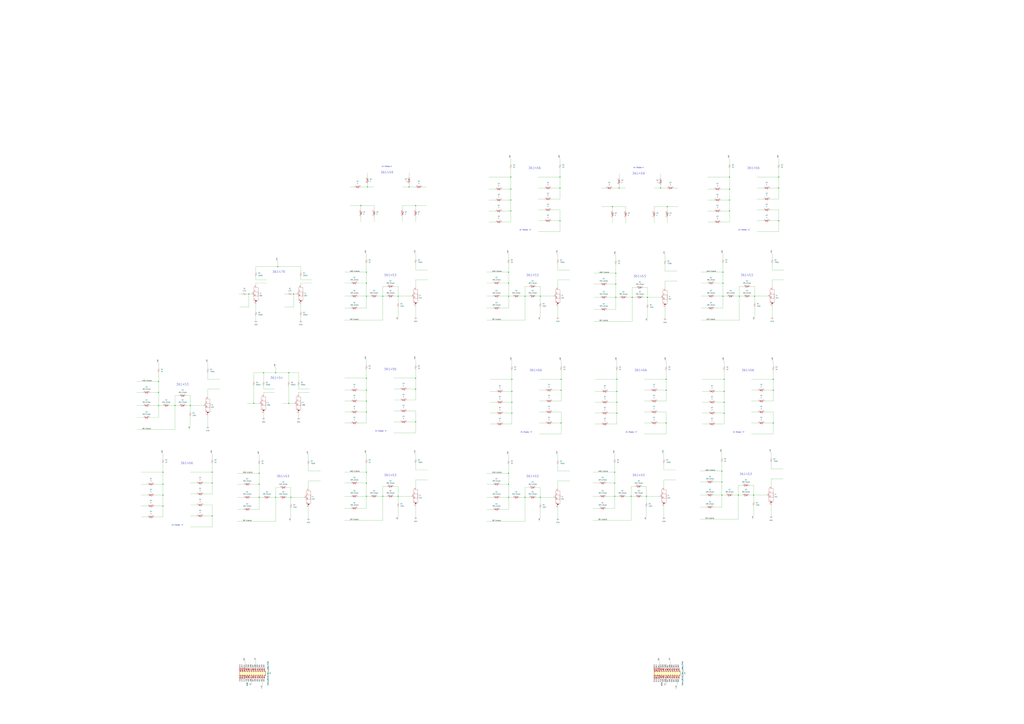
<source format=kicad_sch>
(kicad_sch (version 20211123) (generator eeschema)
  (paper "A0")
  (junction (at 716.28 480.06))
  (junction (at 838.2 547.37))
  (junction (at 875.03 575.31))
  (junction (at 184.15 455.93))
  (junction (at 246.38 561.34))
  (junction (at 876.3 344.17))
  (junction (at 590.55 328.93))
  (junction (at 246.38 599.44))
  (junction (at 716.28 454.66))
  (junction (at 425.45 344.17))
  (junction (at 593.09 245.11))
  (junction (at 897.89 491.49))
  (junction (at 590.55 577.85))
  (junction (at 335.28 433.07))
  (junction (at 857.25 575.31))
  (junction (at 773.43 440.69))
  (junction (at 716.28 440.69))
  (junction (at 715.01 317.5))
  (junction (at 651.51 491.49))
  (junction (at 425.45 548.64))
  (junction (at 840.74 440.69))
  (junction (at 425.45 439.42))
  (junction (at 189.23 575.31))
  (junction (at 904.24 205.74))
  (junction (at 482.6 238.76))
  (junction (at 839.47 316.23))
  (junction (at 594.36 454.66))
  (junction (at 594.36 440.69))
  (junction (at 651.51 453.39))
  (junction (at 425.45 328.93))
  (junction (at 203.2 471.17))
  (junction (at 320.04 577.85))
  (junction (at 651.51 440.69))
  (junction (at 444.5 576.58))
  (junction (at 847.09 219.71))
  (junction (at 774.7 240.03))
  (junction (at 627.38 344.17))
  (junction (at 474.98 217.17))
  (junction (at 294.64 468.63))
  (junction (at 839.47 344.17))
  (junction (at 593.09 205.74))
  (junction (at 300.99 549.91))
  (junction (at 718.82 218.44))
  (junction (at 847.09 245.11))
  (junction (at 751.84 345.44))
  (junction (at 713.74 561.34))
  (junction (at 609.6 577.85))
  (junction (at 838.2 575.31))
  (junction (at 904.24 256.54))
  (junction (at 184.15 443.23))
  (junction (at 306.07 433.07))
  (junction (at 425.45 316.23))
  (junction (at 426.72 217.17))
  (junction (at 713.74 576.58))
  (junction (at 320.04 433.07))
  (junction (at 904.24 218.44))
  (junction (at 322.58 309.88))
  (junction (at 482.6 490.22))
  (junction (at 858.52 344.17))
  (junction (at 847.09 205.74))
  (junction (at 337.82 577.85))
  (junction (at 189.23 588.01))
  (junction (at 650.24 256.54))
  (junction (at 184.15 471.17))
  (junction (at 300.99 577.85))
  (junction (at 897.89 453.39))
  (junction (at 425.45 466.09))
  (junction (at 840.74 454.66))
  (junction (at 650.24 218.44))
  (junction (at 732.79 576.58))
  (junction (at 482.6 439.42))
  (junction (at 773.43 491.49))
  (junction (at 840.74 480.06))
  (junction (at 711.2 240.03))
  (junction (at 594.36 480.06))
  (junction (at 419.1 238.76))
  (junction (at 750.57 576.58))
  (junction (at 462.28 344.17))
  (junction (at 590.55 549.91))
  (junction (at 627.38 577.85))
  (junction (at 482.6 452.12))
  (junction (at 847.09 232.41))
  (junction (at 839.47 328.93))
  (junction (at 425.45 576.58))
  (junction (at 246.38 548.64))
  (junction (at 609.6 344.17))
  (junction (at 715.01 345.44))
  (junction (at 734.06 345.44))
  (junction (at 594.36 467.36))
  (junction (at 189.23 562.61))
  (junction (at 593.09 219.71))
  (junction (at 220.98 471.17))
  (junction (at 300.99 562.61))
  (junction (at 716.28 467.36))
  (junction (at 840.74 467.36))
  (junction (at 444.5 344.17))
  (junction (at 340.995 341.63))
  (junction (at 590.55 344.17))
  (junction (at 715.01 330.2))
  (junction (at 590.55 562.61))
  (junction (at 425.45 453.39))
  (junction (at 189.23 548.64))
  (junction (at 650.24 205.74))
  (junction (at 767.08 218.44))
  (junction (at 590.55 316.23))
  (junction (at 425.45 561.34))
  (junction (at 897.89 440.69))
  (junction (at 773.43 453.39))
  (junction (at 425.45 478.79))
  (junction (at 713.74 548.64))
  (junction (at 593.09 232.41))
  (junction (at 462.28 576.58))
  (junction (at 288.925 341.63))
  (junction (at 838.2 560.07))
  (junction (at 335.28 468.63))
  (wire (pts (xy 875.03 575.31) (xy 875.03 563.88)))
  (wire (pts (xy 320.04 577.85) (xy 325.12 577.85)))
  (wire (pts (xy 457.2 502.92) (xy 482.6 502.92)))
  (wire (pts (xy 462.28 344.17) (xy 477.52 344.17)))
  (wire (pts (xy 746.76 345.44) (xy 751.84 345.44)))
  (wire (pts (xy 770.89 538.48) (xy 770.89 546.1)))
  (wire (pts (xy 895.35 544.83) (xy 909.32 544.83)))
  (wire (pts (xy 482.6 452.12) (xy 482.6 439.42)))
  (wire (pts (xy 349.25 309.88) (xy 349.25 316.23)))
  (wire (pts (xy 770.89 546.1) (xy 784.86 546.1)))
  (wire (pts (xy 748.03 504.19) (xy 773.43 504.19)))
  (wire (pts (xy 457.2 452.12) (xy 464.82 452.12)))
  (wire (pts (xy 887.73 466.09) (xy 897.89 466.09)))
  (wire (pts (xy 713.74 561.34) (xy 713.74 576.58)))
  (wire (pts (xy 812.8 547.37) (xy 838.2 547.37)))
  (wire (pts (xy 840.74 454.66) (xy 840.74 467.36)))
  (wire (pts (xy 593.09 205.74) (xy 593.09 219.71)))
  (wire (pts (xy 158.75 485.14) (xy 166.37 485.14)))
  (wire (pts (xy 858.52 344.17) (xy 858.52 372.11)))
  (wire (pts (xy 462.28 344.17) (xy 462.28 332.74)))
  (wire (pts (xy 358.14 589.28) (xy 358.14 601.98)))
  (wire (pts (xy 839.47 306.07) (xy 839.47 316.23)))
  (wire (pts (xy 179.07 600.71) (xy 189.23 600.71)))
  (wire (pts (xy 346.71 455.93) (xy 359.41 455.93)))
  (wire (pts (xy 482.6 306.07) (xy 482.6 313.69)))
  (wire (pts (xy 689.61 359.41) (xy 697.23 359.41)))
  (wire (pts (xy 580.39 591.82) (xy 590.55 591.82)))
  (wire (pts (xy 839.47 294.64) (xy 839.47 300.99)))
  (wire (pts (xy 875.03 588.01) (xy 875.03 599.44)))
  (wire (pts (xy 773.43 419.1) (xy 773.43 425.45)))
  (wire (pts (xy 894.08 218.44) (xy 904.24 218.44)))
  (wire (pts (xy 774.7 252.73) (xy 774.7 259.08)))
  (wire (pts (xy 622.3 344.17) (xy 627.38 344.17)))
  (wire (pts (xy 400.05 561.34) (xy 407.67 561.34)))
  (wire (pts (xy 320.04 426.72) (xy 320.04 433.07)))
  (wire (pts (xy 770.89 557.53) (xy 784.86 557.53)))
  (wire (pts (xy 462.28 576.58) (xy 462.28 565.15)))
  (wire (pts (xy 711.2 218.44) (xy 718.82 218.44)))
  (wire (pts (xy 300.99 591.82) (xy 300.99 577.85)))
  (wire (pts (xy 184.15 471.17) (xy 173.99 471.17)))
  (wire (pts (xy 425.45 439.42) (xy 425.45 429.26)))
  (wire (pts (xy 346.71 458.47) (xy 346.71 455.93)))
  (wire (pts (xy 425.45 328.93) (xy 415.29 328.93)))
  (wire (pts (xy 184.15 455.93) (xy 184.15 471.17)))
  (wire (pts (xy 358.14 558.8) (xy 372.11 558.8)))
  (wire (pts (xy 294.64 443.23) (xy 294.64 433.07)))
  (wire (pts (xy 462.28 565.15) (xy 457.2 565.15)))
  (wire (pts (xy 292.1 788.67) (xy 292.1 795.02)))
  (wire (pts (xy 737.87 565.15) (xy 732.79 565.15)))
  (wire (pts (xy 482.6 477.52) (xy 482.6 490.22)))
  (wire (pts (xy 444.5 604.52) (xy 400.05 604.52)))
  (wire (pts (xy 773.43 788.67) (xy 773.43 795.02)))
  (wire (pts (xy 426.72 213.36) (xy 426.72 217.17)))
  (wire (pts (xy 872.49 453.39) (xy 880.11 453.39)))
  (wire (pts (xy 875.03 575.31) (xy 890.27 575.31)))
  (wire (pts (xy 189.23 548.64) (xy 189.23 562.61)))
  (wire (pts (xy 751.84 334.01) (xy 746.76 334.01)))
  (wire (pts (xy 627.38 332.74) (xy 622.3 332.74)))
  (wire (pts (xy 726.44 252.73) (xy 726.44 259.08)))
  (wire (pts (xy 647.7 325.12) (xy 661.67 325.12)))
  (wire (pts (xy 472.44 464.82) (xy 482.6 464.82)))
  (wire (pts (xy 640.08 256.54) (xy 650.24 256.54)))
  (wire (pts (xy 750.57 565.15) (xy 745.49 565.15)))
  (wire (pts (xy 774.7 240.03) (xy 759.46 240.03)))
  (wire (pts (xy 887.73 491.49) (xy 897.89 491.49)))
  (wire (pts (xy 590.55 294.64) (xy 590.55 300.99)))
  (wire (pts (xy 627.38 577.85) (xy 627.38 566.42)))
  (wire (pts (xy 220.98 612.14) (xy 246.38 612.14)))
  (wire (pts (xy 425.45 294.64) (xy 425.45 300.99)))
  (wire (pts (xy 568.96 440.69) (xy 594.36 440.69)))
  (wire (pts (xy 241.3 452.12) (xy 255.27 452.12)))
  (wire (pts (xy 727.71 345.44) (xy 734.06 345.44)))
  (wire (pts (xy 444.5 344.17) (xy 444.5 372.11)))
  (wire (pts (xy 406.4 238.76) (xy 419.1 238.76)))
  (wire (pts (xy 203.2 499.11) (xy 158.75 499.11)))
  (wire (pts (xy 706.12 454.66) (xy 716.28 454.66)))
  (wire (pts (xy 346.71 480.06) (xy 346.71 485.14)))
  (wire (pts (xy 690.88 480.06) (xy 698.5 480.06)))
  (wire (pts (xy 472.44 477.52) (xy 482.6 477.52)))
  (wire (pts (xy 614.68 332.74) (xy 609.6 332.74)))
  (wire (pts (xy 306.07 458.47) (xy 306.07 455.93)))
  (wire (pts (xy 425.45 538.48) (xy 425.45 548.64)))
  (wire (pts (xy 772.16 335.28) (xy 772.16 326.39)))
  (wire (pts (xy 828.04 589.28) (xy 838.2 589.28)))
  (wire (pts (xy 290.83 591.82) (xy 300.99 591.82)))
  (wire (pts (xy 567.69 245.11) (xy 575.31 245.11)))
  (wire (pts (xy 732.79 565.15) (xy 732.79 576.58)))
  (wire (pts (xy 627.38 344.17) (xy 627.38 351.79)))
  (wire (pts (xy 335.28 433.07) (xy 346.71 433.07)))
  (wire (pts (xy 236.22 574.04) (xy 246.38 574.04)))
  (wire (pts (xy 812.8 589.28) (xy 820.42 589.28)))
  (wire (pts (xy 759.46 252.73) (xy 759.46 259.08)))
  (wire (pts (xy 839.47 316.23) (xy 839.47 328.93)))
  (wire (pts (xy 847.09 245.11) (xy 847.09 257.81)))
  (wire (pts (xy 815.34 467.36) (xy 822.96 467.36)))
  (wire (pts (xy 482.6 439.42) (xy 482.6 429.26)))
  (wire (pts (xy 590.55 316.23) (xy 590.55 328.93)))
  (wire (pts (xy 220.98 586.74) (xy 228.6 586.74)))
  (wire (pts (xy 297.18 353.06) (xy 297.18 361.95)))
  (wire (pts (xy 246.38 586.74) (xy 246.38 599.44)))
  (wire (pts (xy 425.45 527.05) (xy 425.45 533.4)))
  (wire (pts (xy 887.73 478.79) (xy 897.89 478.79)))
  (wire (pts (xy 400.05 344.17) (xy 407.67 344.17)))
  (wire (pts (xy 715.01 359.41) (xy 715.01 345.44)))
  (wire (pts (xy 609.6 577.85) (xy 609.6 605.79)))
  (wire (pts (xy 750.57 576.58) (xy 750.57 584.2)))
  (wire (pts (xy 763.27 466.09) (xy 773.43 466.09)))
  (wire (pts (xy 858.52 344.17) (xy 863.6 344.17)))
  (wire (pts (xy 400.05 328.93) (xy 407.67 328.93)))
  (wire (pts (xy 330.2 356.87) (xy 340.995 356.87)))
  (wire (pts (xy 836.93 245.11) (xy 847.09 245.11)))
  (wire (pts (xy 647.7 567.69) (xy 647.7 558.8)))
  (wire (pts (xy 286.385 341.63) (xy 288.925 341.63)))
  (wire (pts (xy 857.25 575.31) (xy 862.33 575.31)))
  (wire (pts (xy 406.4 217.17) (xy 411.48 217.17)))
  (wire (pts (xy 641.35 478.79) (xy 651.51 478.79)))
  (wire (pts (xy 438.15 576.58) (xy 444.5 576.58)))
  (wire (pts (xy 241.3 433.07) (xy 241.3 440.69)))
  (wire (pts (xy 567.69 219.71) (xy 575.31 219.71)))
  (wire (pts (xy 474.98 217.17) (xy 467.36 217.17)))
  (wire (pts (xy 584.2 467.36) (xy 594.36 467.36)))
  (wire (pts (xy 349.25 353.06) (xy 349.25 361.95)))
  (wire (pts (xy 772.16 314.96) (xy 786.13 314.96)))
  (wire (pts (xy 896.62 334.01) (xy 896.62 325.12)))
  (wire (pts (xy 358.14 539.75) (xy 358.14 547.37)))
  (wire (pts (xy 415.29 478.79) (xy 425.45 478.79)))
  (wire (pts (xy 857.25 603.25) (xy 812.8 603.25)))
  (wire (pts (xy 322.58 309.88) (xy 349.25 309.88)))
  (wire (pts (xy 568.96 480.06) (xy 576.58 480.06)))
  (wire (pts (xy 896.62 294.64) (xy 896.62 300.99)))
  (wire (pts (xy 163.83 600.71) (xy 171.45 600.71)))
  (wire (pts (xy 878.84 205.74) (xy 904.24 205.74)))
  (wire (pts (xy 294.64 433.07) (xy 306.07 433.07)))
  (wire (pts (xy 715.01 345.44) (xy 704.85 345.44)))
  (wire (pts (xy 568.96 454.66) (xy 576.58 454.66)))
  (wire (pts (xy 847.09 184.15) (xy 847.09 190.5)))
  (wire (pts (xy 763.27 491.49) (xy 773.43 491.49)))
  (wire (pts (xy 419.1 238.76) (xy 434.34 238.76)))
  (wire (pts (xy 313.69 577.85) (xy 320.04 577.85)))
  (wire (pts (xy 815.34 440.69) (xy 840.74 440.69)))
  (wire (pts (xy 294.64 448.31) (xy 294.64 468.63)))
  (wire (pts (xy 688.34 548.64) (xy 713.74 548.64)))
  (wire (pts (xy 715.01 330.2) (xy 715.01 345.44)))
  (wire (pts (xy 419.1 251.46) (xy 419.1 257.81)))
  (wire (pts (xy 876.3 344.17) (xy 891.54 344.17)))
  (wire (pts (xy 609.6 344.17) (xy 614.68 344.17)))
  (wire (pts (xy 277.495 341.63) (xy 281.305 341.63)))
  (wire (pts (xy 444.5 576.58) (xy 444.5 604.52)))
  (wire (pts (xy 322.58 303.53) (xy 322.58 309.88)))
  (wire (pts (xy 594.36 480.06) (xy 594.36 492.76)))
  (wire (pts (xy 641.35 453.39) (xy 651.51 453.39)))
  (wire (pts (xy 400.05 576.58) (xy 407.67 576.58)))
  (wire (pts (xy 425.45 453.39) (xy 425.45 466.09)))
  (wire (pts (xy 472.44 452.12) (xy 482.6 452.12)))
  (wire (pts (xy 815.34 454.66) (xy 822.96 454.66)))
  (wire (pts (xy 594.36 467.36) (xy 594.36 480.06)))
  (wire (pts (xy 609.6 577.85) (xy 614.68 577.85)))
  (wire (pts (xy 876.3 356.87) (xy 876.3 368.3)))
  (wire (pts (xy 782.32 218.44) (xy 787.4 218.44)))
  (wire (pts (xy 287.02 468.63) (xy 294.64 468.63)))
  (wire (pts (xy 650.24 243.84) (xy 650.24 256.54)))
  (wire (pts (xy 584.2 454.66) (xy 594.36 454.66)))
  (wire (pts (xy 297.18 768.35) (xy 297.18 775.97)))
  (wire (pts (xy 304.8 788.67) (xy 304.8 796.29)))
  (wire (pts (xy 415.29 453.39) (xy 425.45 453.39)))
  (wire (pts (xy 189.23 548.64) (xy 189.23 538.48)))
  (wire (pts (xy 647.7 306.07) (xy 647.7 313.69)))
  (wire (pts (xy 876.3 344.17) (xy 876.3 332.74)))
  (wire (pts (xy 300.99 528.32) (xy 300.99 534.67)))
  (wire (pts (xy 482.6 325.12) (xy 496.57 325.12)))
  (wire (pts (xy 158.75 471.17) (xy 166.37 471.17)))
  (wire (pts (xy 590.55 344.17) (xy 580.39 344.17)))
  (wire (pts (xy 335.28 468.63) (xy 341.63 468.63)))
  (wire (pts (xy 748.03 453.39) (xy 755.65 453.39)))
  (wire (pts (xy 640.08 218.44) (xy 650.24 218.44)))
  (wire (pts (xy 713.74 538.48) (xy 713.74 548.64)))
  (wire (pts (xy 627.38 344.17) (xy 642.62 344.17)))
  (wire (pts (xy 651.51 453.39) (xy 651.51 440.69)))
  (wire (pts (xy 482.6 588.01) (xy 482.6 600.71)))
  (wire (pts (xy 872.49 504.19) (xy 897.89 504.19)))
  (wire (pts (xy 872.49 466.09) (xy 880.11 466.09)))
  (wire (pts (xy 830.58 467.36) (xy 840.74 467.36)))
  (wire (pts (xy 444.5 344.17) (xy 449.58 344.17)))
  (wire (pts (xy 462.28 344.17) (xy 462.28 351.79)))
  (wire (pts (xy 400.05 478.79) (xy 407.67 478.79)))
  (wire (pts (xy 306.07 448.31) (xy 306.07 452.12)))
  (wire (pts (xy 220.98 471.17) (xy 220.98 478.79)))
  (wire (pts (xy 590.55 577.85) (xy 580.39 577.85)))
  (wire (pts (xy 327.66 468.63) (xy 335.28 468.63)))
  (wire (pts (xy 220.98 471.17) (xy 236.22 471.17)))
  (wire (pts (xy 297.18 331.47) (xy 297.18 328.93)))
  (wire (pts (xy 626.11 440.69) (xy 651.51 440.69)))
  (wire (pts (xy 594.36 440.69) (xy 594.36 454.66)))
  (wire (pts (xy 609.6 566.42) (xy 609.6 577.85)))
  (wire (pts (xy 565.15 344.17) (xy 572.77 344.17)))
  (wire (pts (xy 184.15 421.64) (xy 184.15 427.99)))
  (wire (pts (xy 716.28 467.36) (xy 716.28 480.06)))
  (wire (pts (xy 425.45 344.17) (xy 430.53 344.17)))
  (wire (pts (xy 306.07 455.93) (xy 318.77 455.93)))
  (wire (pts (xy 904.24 269.24) (xy 904.24 256.54)))
  (wire (pts (xy 812.8 560.07) (xy 820.42 560.07)))
  (wire (pts (xy 739.14 334.01) (xy 734.06 334.01)))
  (wire (pts (xy 651.51 478.79) (xy 651.51 491.49)))
  (wire (pts (xy 246.38 561.34) (xy 246.38 548.64)))
  (wire (pts (xy 457.2 344.17) (xy 462.28 344.17)))
  (wire (pts (xy 626.11 478.79) (xy 633.73 478.79)))
  (wire (pts (xy 651.51 466.09) (xy 651.51 453.39)))
  (wire (pts (xy 457.2 490.22) (xy 464.82 490.22)))
  (wire (pts (xy 772.16 307.34) (xy 772.16 314.96)))
  (wire (pts (xy 647.7 547.37) (xy 661.67 547.37)))
  (wire (pts (xy 425.45 316.23) (xy 425.45 328.93)))
  (wire (pts (xy 203.2 471.17) (xy 203.2 499.11)))
  (wire (pts (xy 320.04 577.85) (xy 320.04 605.79)))
  (wire (pts (xy 815.34 492.76) (xy 822.96 492.76)))
  (wire (pts (xy 626.11 491.49) (xy 633.73 491.49)))
  (wire (pts (xy 718.82 201.93) (xy 718.82 207.01)))
  (wire (pts (xy 590.55 539.75) (xy 590.55 549.91)))
  (wire (pts (xy 706.12 467.36) (xy 716.28 467.36)))
  (wire (pts (xy 425.45 466.09) (xy 425.45 478.79)))
  (wire (pts (xy 325.12 566.42) (xy 320.04 566.42)))
  (wire (pts (xy 482.6 313.69) (xy 496.57 313.69)))
  (wire (pts (xy 626.11 466.09) (xy 633.73 466.09)))
  (wire (pts (xy 812.8 575.31) (xy 820.42 575.31)))
  (wire (pts (xy 400.05 453.39) (xy 407.67 453.39)))
  (wire (pts (xy 462.28 576.58) (xy 462.28 584.2)))
  (wire (pts (xy 449.58 332.74) (xy 444.5 332.74)))
  (wire (pts (xy 482.6 238.76) (xy 467.36 238.76)))
  (wire (pts (xy 220.98 561.34) (xy 228.6 561.34)))
  (wire (pts (xy 349.25 331.47) (xy 349.25 328.93)))
  (wire (pts (xy 426.72 217.17) (xy 434.34 217.17)))
  (wire (pts (xy 688.34 561.34) (xy 695.96 561.34)))
  (wire (pts (xy 821.69 232.41) (xy 829.31 232.41)))
  (wire (pts (xy 220.98 574.04) (xy 228.6 574.04)))
  (wire (pts (xy 457.2 439.42) (xy 482.6 439.42)))
  (wire (pts (xy 716.28 440.69) (xy 716.28 430.53)))
  (wire (pts (xy 275.59 591.82) (xy 283.21 591.82)))
  (wire (pts (xy 594.36 454.66) (xy 594.36 467.36)))
  (wire (pts (xy 415.29 491.49) (xy 425.45 491.49)))
  (wire (pts (xy 829.31 358.14) (xy 839.47 358.14)))
  (wire (pts (xy 897.89 478.79) (xy 897.89 491.49)))
  (wire (pts (xy 306.07 452.12) (xy 318.77 452.12)))
  (wire (pts (xy 878.84 218.44) (xy 886.46 218.44)))
  (wire (pts (xy 894.08 243.84) (xy 904.24 243.84)))
  (wire (pts (xy 349.25 328.93) (xy 361.95 328.93)))
  (wire (pts (xy 715.01 317.5) (xy 715.01 330.2)))
  (wire (pts (xy 773.43 504.19) (xy 773.43 491.49)))
  (wire (pts (xy 335.28 433.07) (xy 335.28 443.23)))
  (wire (pts (xy 821.69 219.71) (xy 829.31 219.71)))
  (wire (pts (xy 444.5 332.74) (xy 444.5 344.17)))
  (wire (pts (xy 895.35 525.78) (xy 895.35 532.13)))
  (wire (pts (xy 203.2 459.74) (xy 203.2 471.17)))
  (wire (pts (xy 462.28 356.87) (xy 462.28 368.3)))
  (wire (pts (xy 208.28 459.74) (xy 203.2 459.74)))
  (wire (pts (xy 337.82 577.85) (xy 337.82 566.42)))
  (wire (pts (xy 425.45 358.14) (xy 425.45 344.17)))
  (wire (pts (xy 300.99 577.85) (xy 306.07 577.85)))
  (wire (pts (xy 346.71 448.31) (xy 346.71 452.12)))
  (wire (pts (xy 457.2 576.58) (xy 462.28 576.58)))
  (wire (pts (xy 462.28 576.58) (xy 477.52 576.58)))
  (wire (pts (xy 876.3 344.17) (xy 876.3 351.79)))
  (wire (pts (xy 904.24 205.74) (xy 904.24 195.58)))
  (wire (pts (xy 716.28 419.1) (xy 716.28 425.45)))
  (wire (pts (xy 713.74 527.05) (xy 713.74 533.4)))
  (wire (pts (xy 732.79 576.58) (xy 737.87 576.58)))
  (wire (pts (xy 894.08 256.54) (xy 904.24 256.54)))
  (wire (pts (xy 896.62 325.12) (xy 910.59 325.12)))
  (wire (pts (xy 425.45 548.64) (xy 425.45 561.34)))
  (wire (pts (xy 603.25 577.85) (xy 609.6 577.85)))
  (wire (pts (xy 490.22 217.17) (xy 495.3 217.17)))
  (wire (pts (xy 650.24 205.74) (xy 650.24 195.58)))
  (wire (pts (xy 474.98 200.66) (xy 474.98 205.74)))
  (wire (pts (xy 847.09 205.74) (xy 847.09 195.58)))
  (wire (pts (xy 640.08 231.14) (xy 650.24 231.14)))
  (wire (pts (xy 482.6 527.05) (xy 482.6 533.4)))
  (wire (pts (xy 582.93 257.81) (xy 593.09 257.81)))
  (wire (pts (xy 647.7 589.28) (xy 647.7 601.98)))
  (wire (pts (xy 444.5 576.58) (xy 449.58 576.58)))
  (wire (pts (xy 624.84 218.44) (xy 632.46 218.44)))
  (wire (pts (xy 241.3 461.01) (xy 241.3 452.12)))
  (wire (pts (xy 568.96 492.76) (xy 576.58 492.76)))
  (wire (pts (xy 337.82 590.55) (xy 337.82 601.98)))
  (wire (pts (xy 580.39 358.14) (xy 590.55 358.14)))
  (wire (pts (xy 878.84 256.54) (xy 886.46 256.54)))
  (wire (pts (xy 850.9 575.31) (xy 857.25 575.31)))
  (wire (pts (xy 179.07 588.01) (xy 189.23 588.01)))
  (wire (pts (xy 415.29 590.55) (xy 425.45 590.55)))
  (wire (pts (xy 647.7 539.75) (xy 647.7 547.37)))
  (wire (pts (xy 400.05 358.14) (xy 407.67 358.14)))
  (wire (pts (xy 627.38 590.55) (xy 627.38 601.98)))
  (wire (pts (xy 482.6 566.42) (xy 482.6 557.53)))
  (wire (pts (xy 425.45 478.79) (xy 425.45 491.49)))
  (wire (pts (xy 698.5 240.03) (xy 711.2 240.03)))
  (wire (pts (xy 650.24 231.14) (xy 650.24 218.44)))
  (wire (pts (xy 449.58 565.15) (xy 444.5 565.15)))
  (wire (pts (xy 647.7 294.64) (xy 647.7 300.99)))
  (wire (pts (xy 857.25 563.88) (xy 857.25 575.31)))
  (wire (pts (xy 641.35 491.49) (xy 651.51 491.49)))
  (wire (pts (xy 236.22 561.34) (xy 246.38 561.34)))
  (wire (pts (xy 872.49 491.49) (xy 880.11 491.49)))
  (wire (pts (xy 482.6 355.6) (xy 482.6 368.3)))
  (wire (pts (xy 163.83 575.31) (xy 171.45 575.31)))
  (wire (pts (xy 482.6 417.83) (xy 482.6 424.18)))
  (wire (pts (xy 650.24 269.24) (xy 650.24 256.54)))
  (wire (pts (xy 593.09 205.74) (xy 593.09 195.58)))
  (wire (pts (xy 482.6 538.48) (xy 482.6 546.1)))
  (wire (pts (xy 590.55 344.17) (xy 595.63 344.17)))
  (wire (pts (xy 748.03 491.49) (xy 755.65 491.49)))
  (wire (pts (xy 163.83 548.64) (xy 189.23 548.64)))
  (wire (pts (xy 358.14 528.32) (xy 358.14 534.67)))
  (wire (pts (xy 878.84 243.84) (xy 886.46 243.84)))
  (wire (pts (xy 626.11 453.39) (xy 633.73 453.39)))
  (wire (pts (xy 704.85 359.41) (xy 715.01 359.41)))
  (wire (pts (xy 614.68 566.42) (xy 609.6 566.42)))
  (wire (pts (xy 751.84 358.14) (xy 751.84 369.57)))
  (wire (pts (xy 482.6 546.1) (xy 496.57 546.1)))
  (wire (pts (xy 624.84 243.84) (xy 632.46 243.84)))
  (wire (pts (xy 594.36 419.1) (xy 594.36 425.45)))
  (wire (pts (xy 472.44 490.22) (xy 482.6 490.22)))
  (wire (pts (xy 189.23 562.61) (xy 189.23 575.31)))
  (wire (pts (xy 904.24 243.84) (xy 904.24 256.54)))
  (wire (pts (xy 773.43 440.69) (xy 773.43 430.53)))
  (wire (pts (xy 838.2 525.78) (xy 838.2 532.13)))
  (wire (pts (xy 425.45 328.93) (xy 425.45 344.17)))
  (wire (pts (xy 726.44 245.11) (xy 726.44 240.03)))
  (wire (pts (xy 647.7 334.01) (xy 647.7 325.12)))
  (wire (pts (xy 590.55 562.61) (xy 580.39 562.61)))
  (wire (pts (xy 590.55 528.32) (xy 590.55 534.67)))
  (wire (pts (xy 306.07 433.07) (xy 306.07 443.23)))
  (wire (pts (xy 320.04 605.79) (xy 275.59 605.79)))
  (wire (pts (xy 897.89 466.09) (xy 897.89 453.39)))
  (wire (pts (xy 400.05 548.64) (xy 425.45 548.64)))
  (wire (pts (xy 690.88 454.66) (xy 698.5 454.66)))
  (wire (pts (xy 869.95 575.31) (xy 875.03 575.31)))
  (wire (pts (xy 787.4 240.03) (xy 774.7 240.03)))
  (wire (pts (xy 872.49 478.79) (xy 880.11 478.79)))
  (wire (pts (xy 482.6 238.76) (xy 482.6 243.84)))
  (wire (pts (xy 688.34 576.58) (xy 695.96 576.58)))
  (wire (pts (xy 840.74 480.06) (xy 840.74 492.76)))
  (wire (pts (xy 713.74 561.34) (xy 703.58 561.34)))
  (wire (pts (xy 830.58 492.76) (xy 840.74 492.76)))
  (wire (pts (xy 896.62 306.07) (xy 896.62 313.69)))
  (wire (pts (xy 814.07 358.14) (xy 821.69 358.14)))
  (wire (pts (xy 346.71 452.12) (xy 359.41 452.12)))
  (wire (pts (xy 358.14 567.69) (xy 358.14 558.8)))
  (wire (pts (xy 840.74 419.1) (xy 840.74 425.45)))
  (wire (pts (xy 767.08 201.93) (xy 767.08 207.01)))
  (wire (pts (xy 236.22 599.44) (xy 246.38 599.44)))
  (wire (pts (xy 590.55 328.93) (xy 590.55 344.17)))
  (wire (pts (xy 751.84 345.44) (xy 751.84 334.01)))
  (wire (pts (xy 297.18 325.12) (xy 309.88 325.12)))
  (wire (pts (xy 593.09 219.71) (xy 593.09 232.41)))
  (wire (pts (xy 425.45 417.83) (xy 425.45 424.18)))
  (wire (pts (xy 706.12 480.06) (xy 716.28 480.06)))
  (wire (pts (xy 875.03 575.31) (xy 875.03 582.93)))
  (wire (pts (xy 689.61 317.5) (xy 715.01 317.5)))
  (wire (pts (xy 584.2 480.06) (xy 594.36 480.06)))
  (wire (pts (xy 772.16 356.87) (xy 772.16 369.57)))
  (wire (pts (xy 482.6 294.64) (xy 482.6 300.99)))
  (wire (pts (xy 840.74 440.69) (xy 840.74 430.53)))
  (wire (pts (xy 300.99 562.61) (xy 290.83 562.61)))
  (wire (pts (xy 349.25 325.12) (xy 361.95 325.12)))
  (wire (pts (xy 184.15 455.93) (xy 173.99 455.93)))
  (wire (pts (xy 297.18 321.31) (xy 297.18 325.12)))
  (wire (pts (xy 593.09 245.11) (xy 593.09 257.81)))
  (wire (pts (xy 275.59 577.85) (xy 283.21 577.85)))
  (wire (pts (xy 196.85 471.17) (xy 203.2 471.17)))
  (wire (pts (xy 751.84 345.44) (xy 751.84 353.06)))
  (wire (pts (xy 622.3 577.85) (xy 627.38 577.85)))
  (wire (pts (xy 773.43 466.09) (xy 773.43 453.39)))
  (wire (pts (xy 895.35 565.15) (xy 895.35 556.26)))
  (wire (pts (xy 904.24 218.44) (xy 904.24 205.74)))
  (wire (pts (xy 215.9 471.17) (xy 220.98 471.17)))
  (wire (pts (xy 300.99 562.61) (xy 300.99 577.85)))
  (wire (pts (xy 627.38 344.17) (xy 627.38 332.74)))
  (wire (pts (xy 425.45 439.42) (xy 425.45 453.39)))
  (wire (pts (xy 349.25 367.03) (xy 349.25 372.11)))
  (wire (pts (xy 641.35 466.09) (xy 651.51 466.09)))
  (wire (pts (xy 839.47 328.93) (xy 839.47 344.17)))
  (wire (pts (xy 337.82 566.42) (xy 332.74 566.42)))
  (wire (pts (xy 815.34 480.06) (xy 822.96 480.06)))
  (wire (pts (xy 340.995 341.63) (xy 344.17 341.63)))
  (wire (pts (xy 838.2 537.21) (xy 838.2 547.37)))
  (wire (pts (xy 358.14 547.37) (xy 372.11 547.37)))
  (wire (pts (xy 748.03 440.69) (xy 773.43 440.69)))
  (wire (pts (xy 836.93 219.71) (xy 847.09 219.71)))
  (wire (pts (xy 590.55 577.85) (xy 595.63 577.85)))
  (wire (pts (xy 173.99 485.14) (xy 184.15 485.14)))
  (wire (pts (xy 565.15 316.23) (xy 590.55 316.23)))
  (wire (pts (xy 840.74 440.69) (xy 840.74 454.66)))
  (wire (pts (xy 897.89 504.19) (xy 897.89 491.49)))
  (wire (pts (xy 838.2 589.28) (xy 838.2 575.31)))
  (wire (pts (xy 297.18 328.93) (xy 309.88 328.93)))
  (wire (pts (xy 444.5 372.11) (xy 400.05 372.11)))
  (wire (pts (xy 772.16 326.39) (xy 786.13 326.39)))
  (wire (pts (xy 275.59 549.91) (xy 300.99 549.91)))
  (wire (pts (xy 590.55 562.61) (xy 590.55 577.85)))
  (wire (pts (xy 750.57 576.58) (xy 750.57 565.15)))
  (wire (pts (xy 895.35 586.74) (xy 895.35 599.44)))
  (wire (pts (xy 300.99 539.75) (xy 300.99 549.91)))
  (wire (pts (xy 426.72 200.66) (xy 426.72 205.74)))
  (wire (pts (xy 786.13 788.67) (xy 786.13 796.29)))
  (wire (pts (xy 462.28 332.74) (xy 457.2 332.74)))
  (wire (pts (xy 651.51 440.69) (xy 651.51 430.53)))
  (wire (pts (xy 703.58 590.55) (xy 713.74 590.55)))
  (wire (pts (xy 647.7 313.69) (xy 661.67 313.69)))
  (wire (pts (xy 830.58 480.06) (xy 840.74 480.06)))
  (wire (pts (xy 565.15 562.61) (xy 572.77 562.61)))
  (wire (pts (xy 690.88 492.76) (xy 698.5 492.76)))
  (wire (pts (xy 246.38 548.64) (xy 246.38 538.48)))
  (wire (pts (xy 650.24 218.44) (xy 650.24 205.74)))
  (wire (pts (xy 767.08 214.63) (xy 767.08 218.44)))
  (wire (pts (xy 718.82 214.63) (xy 718.82 218.44)))
  (wire (pts (xy 774.7 218.44) (xy 767.08 218.44)))
  (wire (pts (xy 425.45 344.17) (xy 415.29 344.17)))
  (wire (pts (xy 718.82 218.44) (xy 726.44 218.44)))
  (wire (pts (xy 640.08 243.84) (xy 650.24 243.84)))
  (wire (pts (xy 565.15 577.85) (xy 572.77 577.85)))
  (wire (pts (xy 726.44 576.58) (xy 732.79 576.58)))
  (wire (pts (xy 897.89 440.69) (xy 897.89 430.53)))
  (wire (pts (xy 627.38 356.87) (xy 627.38 368.3)))
  (wire (pts (xy 836.93 232.41) (xy 847.09 232.41)))
  (wire (pts (xy 320.04 433.07) (xy 335.28 433.07)))
  (wire (pts (xy 852.17 344.17) (xy 858.52 344.17)))
  (wire (pts (xy 750.57 589.28) (xy 750.57 600.71)))
  (wire (pts (xy 400.05 439.42) (xy 425.45 439.42)))
  (wire (pts (xy 624.84 269.24) (xy 650.24 269.24)))
  (wire (pts (xy 871.22 344.17) (xy 876.3 344.17)))
  (wire (pts (xy 713.74 576.58) (xy 718.82 576.58)))
  (wire (pts (xy 158.75 443.23) (xy 184.15 443.23)))
  (wire (pts (xy 284.48 768.35) (xy 284.48 775.97)))
  (wire (pts (xy 626.11 504.19) (xy 651.51 504.19)))
  (wire (pts (xy 275.59 562.61) (xy 283.21 562.61)))
  (wire (pts (xy 349.25 321.31) (xy 349.25 325.12)))
  (wire (pts (xy 415.29 466.09) (xy 425.45 466.09)))
  (wire (pts (xy 590.55 591.82) (xy 590.55 577.85)))
  (wire (pts (xy 895.35 537.21) (xy 895.35 544.83)))
  (wire (pts (xy 857.25 575.31) (xy 857.25 603.25)))
  (wire (pts (xy 830.58 454.66) (xy 840.74 454.66)))
  (wire (pts (xy 184.15 433.07) (xy 184.15 443.23)))
  (wire (pts (xy 400.05 590.55) (xy 407.67 590.55)))
  (wire (pts (xy 838.2 560.07) (xy 828.04 560.07)))
  (wire (pts (xy 220.98 548.64) (xy 246.38 548.64)))
  (wire (pts (xy 482.6 251.46) (xy 482.6 257.81)))
  (wire (pts (xy 482.6 464.82) (xy 482.6 452.12)))
  (wire (pts (xy 894.08 231.14) (xy 904.24 231.14)))
  (wire (pts (xy 609.6 332.74) (xy 609.6 344.17)))
  (wire (pts (xy 220.98 459.74) (xy 215.9 459.74)))
  (wire (pts (xy 716.28 440.69) (xy 716.28 454.66)))
  (wire (pts (xy 288.925 341.63) (xy 292.1 341.63)))
  (wire (pts (xy 158.75 455.93) (xy 166.37 455.93)))
  (wire (pts (xy 897.89 419.1) (xy 897.89 425.45)))
  (wire (pts (xy 765.81 768.35) (xy 765.81 775.97)))
  (wire (pts (xy 878.84 269.24) (xy 904.24 269.24)))
  (wire (pts (xy 163.83 562.61) (xy 171.45 562.61)))
  (wire (pts (xy 690.88 440.69) (xy 716.28 440.69)))
  (wire (pts (xy 836.93 257.81) (xy 847.09 257.81)))
  (wire (pts (xy 774.7 240.03) (xy 774.7 245.11)))
  (wire (pts (xy 474.98 213.36) (xy 474.98 217.17)))
  (wire (pts (xy 584.2 492.76) (xy 594.36 492.76)))
  (wire (pts (xy 847.09 219.71) (xy 847.09 232.41)))
  (wire (pts (xy 467.36 243.84) (xy 467.36 238.76)))
  (wire (pts (xy 567.69 205.74) (xy 593.09 205.74)))
  (wire (pts (xy 711.2 252.73) (xy 711.2 259.08)))
  (wire (pts (xy 419.1 217.17) (xy 426.72 217.17)))
  (wire (pts (xy 241.3 482.6) (xy 241.3 495.3)))
  (wire (pts (xy 862.33 563.88) (xy 857.25 563.88)))
  (wire (pts (xy 346.71 433.07) (xy 346.71 443.23)))
  (wire (pts (xy 897.89 453.39) (xy 897.89 440.69)))
  (wire (pts (xy 335.28 448.31) (xy 335.28 468.63)))
  (wire (pts (xy 582.93 232.41) (xy 593.09 232.41)))
  (wire (pts (xy 698.5 218.44) (xy 703.58 218.44)))
  (wire (pts (xy 734.06 345.44) (xy 734.06 373.38)))
  (wire (pts (xy 872.49 440.69) (xy 897.89 440.69)))
  (wire (pts (xy 297.18 316.23) (xy 297.18 309.88)))
  (wire (pts (xy 773.43 478.79) (xy 773.43 491.49)))
  (wire (pts (xy 425.45 306.07) (xy 425.45 316.23)))
  (wire (pts (xy 627.38 566.42) (xy 622.3 566.42)))
  (wire (pts (xy 838.2 560.07) (xy 838.2 575.31)))
  (wire (pts (xy 716.28 480.06) (xy 716.28 492.76)))
  (wire (pts (xy 457.2 477.52) (xy 464.82 477.52)))
  (wire (pts (xy 220.98 471.17) (xy 220.98 459.74)))
  (wire (pts (xy 876.3 332.74) (xy 871.22 332.74)))
  (wire (pts (xy 297.18 372.11) (xy 297.18 367.03)))
  (wire (pts (xy 763.27 478.79) (xy 773.43 478.79)))
  (wire (pts (xy 821.69 257.81) (xy 829.31 257.81)))
  (wire (pts (xy 896.62 355.6) (xy 896.62 368.3)))
  (wire (pts (xy 715.01 330.2) (xy 704.85 330.2)))
  (wire (pts (xy 438.15 344.17) (xy 444.5 344.17)))
  (wire (pts (xy 772.16 295.91) (xy 772.16 302.26)))
  (wire (pts (xy 773.43 453.39) (xy 773.43 440.69)))
  (wire (pts (xy 184.15 471.17) (xy 189.23 471.17)))
  (wire (pts (xy 340.995 356.87) (xy 340.995 341.63)))
  (wire (pts (xy 713.74 576.58) (xy 703.58 576.58)))
  (wire (pts (xy 400.05 491.49) (xy 407.67 491.49)))
  (wire (pts (xy 565.15 328.93) (xy 572.77 328.93)))
  (wire (pts (xy 300.99 549.91) (xy 300.99 562.61)))
  (wire (pts (xy 241.3 421.64) (xy 241.3 427.99)))
  (wire (pts (xy 838.2 547.37) (xy 838.2 560.07)))
  (wire (pts (xy 482.6 334.01) (xy 482.6 325.12)))
  (wire (pts (xy 690.88 467.36) (xy 698.5 467.36)))
  (wire (pts (xy 732.79 576.58) (xy 732.79 604.52)))
  (wire (pts (xy 220.98 599.44) (xy 228.6 599.44)))
  (wire (pts (xy 590.55 549.91) (xy 590.55 562.61)))
  (wire (pts (xy 179.07 575.31) (xy 189.23 575.31)))
  (wire (pts (xy 565.15 358.14) (xy 572.77 358.14)))
  (wire (pts (xy 568.96 467.36) (xy 576.58 467.36)))
  (wire (pts (xy 400.05 466.09) (xy 407.67 466.09)))
  (wire (pts (xy 179.07 562.61) (xy 189.23 562.61)))
  (wire (pts (xy 875.03 563.88) (xy 869.95 563.88)))
  (wire (pts (xy 711.2 240.03) (xy 711.2 245.11)))
  (wire (pts (xy 858.52 332.74) (xy 858.52 344.17)))
  (wire (pts (xy 609.6 344.17) (xy 609.6 372.11)))
  (wire (pts (xy 896.62 313.69) (xy 910.59 313.69)))
  (wire (pts (xy 821.69 245.11) (xy 829.31 245.11)))
  (wire (pts (xy 847.09 205.74) (xy 847.09 219.71)))
  (wire (pts (xy 415.29 358.14) (xy 425.45 358.14)))
  (wire (pts (xy 495.3 238.76) (xy 482.6 238.76)))
  (wire (pts (xy 590.55 328.93) (xy 580.39 328.93)))
  (wire (pts (xy 582.93 245.11) (xy 593.09 245.11)))
  (wire (pts (xy 300.99 577.85) (xy 290.83 577.85)))
  (wire (pts (xy 878.84 231.14) (xy 886.46 231.14)))
  (wire (pts (xy 332.74 577.85) (xy 337.82 577.85)))
  (wire (pts (xy 748.03 478.79) (xy 755.65 478.79)))
  (wire (pts (xy 647.7 528.32) (xy 647.7 534.67)))
  (wire (pts (xy 715.01 295.91) (xy 715.01 302.26)))
  (wire (pts (xy 650.24 184.15) (xy 650.24 190.5)))
  (wire (pts (xy 163.83 588.01) (xy 171.45 588.01)))
  (wire (pts (xy 770.89 588.01) (xy 770.89 600.71)))
  (wire (pts (xy 220.98 483.87) (xy 220.98 495.3)))
  (wire (pts (xy 895.35 556.26) (xy 909.32 556.26)))
  (wire (pts (xy 330.2 341.63) (xy 334.01 341.63)))
  (wire (pts (xy 567.69 232.41) (xy 575.31 232.41)))
  (wire (pts (xy 734.06 373.38) (xy 689.61 373.38)))
  (wire (pts (xy 241.3 440.69) (xy 255.27 440.69)))
  (wire (pts (xy 839.47 344.17) (xy 844.55 344.17)))
  (wire (pts (xy 840.74 467.36) (xy 840.74 480.06)))
  (wire (pts (xy 246.38 527.05) (xy 246.38 533.4)))
  (wire (pts (xy 624.84 205.74) (xy 650.24 205.74)))
  (wire (pts (xy 425.45 561.34) (xy 425.45 576.58)))
  (wire (pts (xy 745.49 576.58) (xy 750.57 576.58)))
  (wire (pts (xy 627.38 577.85) (xy 627.38 585.47)))
  (wire (pts (xy 770.89 566.42) (xy 770.89 557.53)))
  (wire (pts (xy 189.23 527.05) (xy 189.23 533.4)))
  (wire (pts (xy 647.7 355.6) (xy 647.7 368.3)))
  (wire (pts (xy 751.84 345.44) (xy 767.08 345.44)))
  (wire (pts (xy 294.64 468.63) (xy 300.99 468.63)))
  (wire (pts (xy 565.15 549.91) (xy 590.55 549.91)))
  (wire (pts (xy 759.46 245.11) (xy 759.46 240.03)))
  (wire (pts (xy 647.7 558.8) (xy 661.67 558.8)))
  (wire (pts (xy 838.2 575.31) (xy 828.04 575.31)))
  (wire (pts (xy 713.74 548.64) (xy 713.74 561.34)))
  (wire (pts (xy 624.84 256.54) (xy 632.46 256.54)))
  (wire (pts (xy 594.36 440.69) (xy 594.36 430.53)))
  (wire (pts (xy 425.45 576.58) (xy 430.53 576.58)))
  (wire (pts (xy 434.34 251.46) (xy 434.34 257.81)))
  (wire (pts (xy 821.69 205.74) (xy 847.09 205.74)))
  (wire (pts (xy 306.07 480.06) (xy 306.07 485.14)))
  (wire (pts (xy 814.07 316.23) (xy 839.47 316.23)))
  (wire (pts (xy 434.34 243.84) (xy 434.34 238.76)))
  (wire (pts (xy 734.06 334.01) (xy 734.06 345.44)))
  (wire (pts (xy 337.82 577.85) (xy 353.06 577.85)))
  (wire (pts (xy 425.45 590.55) (xy 425.45 576.58)))
  (wire (pts (xy 582.93 219.71) (xy 593.09 219.71)))
  (wire (pts (xy 482.6 502.92) (xy 482.6 490.22)))
  (wire (pts (xy 863.6 332.74) (xy 858.52 332.74)))
  (wire (pts (xy 189.23 588.01) (xy 189.23 600.71)))
  (wire (pts (xy 689.61 345.44) (xy 697.23 345.44)))
  (wire (pts (xy 711.2 240.03) (xy 726.44 240.03)))
  (wire (pts (xy 236.22 586.74) (xy 246.38 586.74)))
  (wire (pts (xy 609.6 372.11) (xy 565.15 372.11)))
  (wire (pts (xy 767.08 218.44) (xy 759.46 218.44)))
  (wire (pts (xy 624.84 231.14) (xy 632.46 231.14)))
  (wire (pts (xy 462.28 589.28) (xy 462.28 600.71)))
  (wire (pts (xy 814.07 344.17) (xy 821.69 344.17)))
  (wire (pts (xy 706.12 492.76) (xy 716.28 492.76)))
  (wire (pts (xy 688.34 590.55) (xy 695.96 590.55)))
  (wire (pts (xy 715.01 345.44) (xy 720.09 345.44)))
  (wire (pts (xy 651.51 504.19) (xy 651.51 491.49)))
  (wire (pts (xy 457.2 464.82) (xy 464.82 464.82)))
  (wire (pts (xy 814.07 328.93) (xy 821.69 328.93)))
  (wire (pts (xy 419.1 238.76) (xy 419.1 243.84)))
  (wire (pts (xy 482.6 557.53) (xy 496.57 557.53)))
  (wire (pts (xy 246.38 612.14) (xy 246.38 599.44)))
  (wire (pts (xy 716.28 454.66) (xy 716.28 467.36)))
  (wire (pts (xy 713.74 590.55) (xy 713.74 576.58)))
  (wire (pts (xy 590.55 306.07) (xy 590.55 316.23)))
  (wire (pts (xy 770.89 527.05) (xy 770.89 533.4)))
  (wire (pts (xy 467.36 251.46) (xy 467.36 257.81)))
  (wire (pts (xy 444.5 565.15) (xy 444.5 576.58)))
  (wire (pts (xy 288.925 356.87) (xy 288.925 341.63)))
  (wire (pts (xy 565.15 591.82) (xy 572.77 591.82)))
  (wire (pts (xy 603.25 344.17) (xy 609.6 344.17)))
  (wire (pts (xy 651.51 419.1) (xy 651.51 425.45)))
  (wire (pts (xy 904.24 231.14) (xy 904.24 218.44)))
  (wire (pts (xy 627.38 577.85) (xy 642.62 577.85)))
  (wire (pts (xy 425.45 561.34) (xy 415.29 561.34)))
  (wire (pts (xy 425.45 576.58) (xy 415.29 576.58)))
  (wire (pts (xy 339.09 341.63) (xy 340.995 341.63)))
  (wire (pts (xy 203.2 471.17) (xy 208.28 471.17)))
  (wire (pts (xy 306.07 433.07) (xy 320.04 433.07)))
  (wire (pts (xy 278.13 356.87) (xy 288.925 356.87)))
  (wire (pts (xy 748.03 466.09) (xy 755.65 466.09)))
  (wire (pts (xy 246.38 574.04) (xy 246.38 561.34)))
  (wire (pts (xy 778.51 768.35) (xy 778.51 775.97)))
  (wire (pts (xy 732.79 604.52) (xy 688.34 604.52)))
  (wire (pts (xy 400.05 316.23) (xy 425.45 316.23)))
  (wire (pts (xy 184.15 443.23) (xy 184.15 455.93)))
  (wire (pts (xy 337.82 577.85) (xy 337.82 585.47)))
  (wire (pts (xy 839.47 328.93) (xy 829.31 328.93)))
  (wire (pts (xy 858.52 372.11) (xy 814.07 372.11)))
  (wire (pts (xy 482.6 217.17) (xy 474.98 217.17)))
  (wire (pts (xy 838.2 575.31) (xy 843.28 575.31)))
  (wire (pts (xy 763.27 453.39) (xy 773.43 453.39)))
  (wire (pts (xy 567.69 257.81) (xy 575.31 257.81)))
  (wire (pts (xy 609.6 605.79) (xy 565.15 605.79)))
  (wire (pts (xy 904.24 184.15) (xy 904.24 190.5)))
  (wire (pts (xy 593.09 184.15) (xy 593.09 190.5)))
  (wire (pts (xy 715.01 307.34) (xy 715.01 317.5)))
  (wire (pts (xy 689.61 330.2) (xy 697.23 330.2)))
  (wire (pts (xy 184.15 485.14) (xy 184.15 471.17)))
  (wire (pts (xy 839.47 344.17) (xy 829.31 344.17)))
  (wire (pts (xy 839.47 358.14) (xy 839.47 344.17)))
  (wire (pts (xy 189.23 575.31) (xy 189.23 588.01)))
  (wire (pts (xy 750.57 576.58) (xy 765.81 576.58)))
  (wire (pts (xy 847.09 232.41) (xy 847.09 245.11)))
  (wire (pts (xy 590.55 358.14) (xy 590.55 344.17)))
  (wire (pts (xy 887.73 453.39) (xy 897.89 453.39)))
  (wire (pts (xy 734.06 345.44) (xy 739.14 345.44)))
  (wire (pts (xy 297.18 309.88) (xy 322.58 309.88)))
  (wire (pts (xy 320.04 566.42) (xy 320.04 577.85)))
  (wire (pts (xy 593.09 232.41) (xy 593.09 245.11)))
  (text "361456" (at 861.06 431.8 0) (effects (font (size 2.54 2.54)) (justify left bottom)))
  (text "361453" (at 204.47 448.31 0) (effects (font (size 2.54 2.54)) (justify left bottom)))
  (text "361479" (at 316.23 317.5 0) (effects (font (size 2.54 2.54)) (justify left bottom)))
  (text "361453" (at 445.77 321.31 0) (effects (font (size 2.54 2.54)) (justify left bottom)))
  (text "361453" (at 445.77 553.72 0) (effects (font (size 2.54 2.54)) (justify left bottom)))
  (text "361454" (at 313.69 440.69 0) (effects (font (size 2.54 2.54)) (justify left bottom)))
  (text "361453" (at 610.87 554.99 0) (effects (font (size 2.54 2.54)) (justify left bottom)))
  (text "All Diodes A" (at 443.23 194.31 0) (effects (font (size 1.27 1.27)) (justify left bottom)))
  (text "All Diodes \"A\"" (at 603.25 267.97 0) (effects (font (size 1.27 1.27)) (justify left bottom)))
  (text "361456" (at 614.68 431.8 0) (effects (font (size 2.54 2.54)) (justify left bottom)))
  (text "All Diodes \"A\"" (at 199.39 610.87 0) (effects (font (size 1.27 1.27)) (justify left bottom)))
  (text "361456" (at 445.77 430.53 0) (effects (font (size 2.54 2.54)) (justify left bottom)))
  (text "361459" (at 441.96 201.93 0) (effects (font (size 2.54 2.54)) (justify left bottom)))
  (text "All Diodes A" (at 735.33 195.58 0) (effects (font (size 1.27 1.27)) (justify left bottom)))
  (text "All Diodes \"A\"" (at 726.44 502.92 0) (effects (font (size 1.27 1.27)) (justify left bottom)))
  (text "361456" (at 613.41 196.85 0) (effects (font (size 2.54 2.54)) (justify left bottom)))
  (text "361456" (at 736.6 431.8 0) (effects (font (size 2.54 2.54)) (justify left bottom)))
  (text "361453" (at 735.33 322.58 0) (effects (font (size 2.54 2.54)) (justify left bottom)))
  (text "361453" (at 734.06 553.72 0) (effects (font (size 2.54 2.54)) (justify left bottom)))
  (text "361453" (at 321.31 554.99 0) (effects (font (size 2.54 2.54)) (justify left bottom)))
  (text "361453" (at 859.79 321.31 0) (effects (font (size 2.54 2.54)) (justify left bottom)))
  (text "361453" (at 610.87 321.31 0) (effects (font (size 2.54 2.54)) (justify left bottom)))
  (text "All Diodes \"A\"" (at 857.25 267.97 0) (effects (font (size 1.27 1.27)) (justify left bottom)))
  (text "361456" (at 867.41 196.85 0) (effects (font (size 2.54 2.54)) (justify left bottom)))
  (text "361453" (at 858.52 552.45 0) (effects (font (size 2.54 2.54)) (justify left bottom)))
  (text "All Diodes \"A\"" (at 850.9 502.92 0) (effects (font (size 1.27 1.27)) (justify left bottom)))
  (text "All Diodes \"A\"" (at 604.52 502.92 0) (effects (font (size 1.27 1.27)) (justify left bottom)))
  (text "All Diodes \"A\"" (at 435.61 501.65 0) (effects (font (size 1.27 1.27)) (justify left bottom)))
  (text "361459" (at 734.06 203.2 0) (effects (font (size 2.54 2.54)) (justify left bottom)))
  (text "361456" (at 209.55 539.75 0) (effects (font (size 2.54 2.54)) (justify left bottom)))
  (label "-3V" (at 337.82 601.98 270))
  (label "+3V" (at 770.89 527.05 90))
  (label "G09" (at 289.56 775.97 90))
  (label "AND Extend" (at 694.69 548.64 0))
  (label "-3V" (at 462.28 600.71 270))
  (label "J08" (at 292.1 788.67 270))
  (label "+3V" (at 786.13 796.29 270))
  (label "J12" (at 281.94 788.67 270))
  (label "OR Extend" (at 165.1 499.11 0))
  (label "J02" (at 307.34 788.67 270))
  (label "+6V" (at 425.45 294.64 90))
  (label "AND Extend" (at 819.15 547.37 0))
  (label "G04" (at 302.26 775.97 90))
  (label "OR Extend" (at 406.4 604.52 0))
  (label "OR Extend" (at 571.5 372.11 0))
  (label "-3V" (at 778.51 768.35 90))
  (label "+6V" (at 715.01 295.91 90))
  (label "+6V" (at 482.6 417.83 90))
  (label "J13" (at 279.4 788.67 270))
  (label "J04" (at 302.26 788.67 270))
  (label "D06" (at 778.51 788.67 270))
  (label "OR Extend" (at 695.96 373.38 0))
  (label "+6V" (at 897.89 419.1 90))
  (label "+6V" (at 425.45 417.83 90))
  (label "+6V" (at 650.24 184.15 90))
  (label "+6V" (at 765.81 768.35 90))
  (label "OR Extend" (at 281.94 605.79 0))
  (label "D13" (at 760.73 788.67 270))
  (label "AND Extend" (at 571.5 549.91 0))
  (label "D09" (at 770.89 788.67 270))
  (label "-3V" (at 297.18 768.35 90))
  (label "AND Extend" (at 571.5 316.23 0))
  (label "+3V" (at 322.58 303.53 90))
  (label "G02" (at 307.34 775.97 90))
  (label "G07" (at 294.64 775.97 90))
  (label "+6V" (at 773.43 419.1 90))
  (label "B12" (at 763.27 775.97 90))
  (label "+6V" (at 184.15 421.64 90))
  (label "B02" (at 788.67 775.97 90))
  (label "+3V" (at 320.04 426.72 90))
  (label "+3V" (at 304.8 796.29 270))
  (label "+3V" (at 772.16 295.91 90))
  (label "OR Extend" (at 820.42 372.11 0))
  (label "B11" (at 765.81 775.97 90))
  (label "D07" (at 775.97 788.67 270))
  (label "-3V" (at 627.38 368.3 270))
  (label "AND Extend" (at 281.94 549.91 0))
  (label "OR Extend" (at 571.5 605.79 0))
  (label "AND Extend" (at 695.96 317.5 0))
  (label "B10" (at 768.35 775.97 90))
  (label "B09" (at 770.89 775.97 90))
  (label "OR Extend" (at 694.69 604.52 0))
  (label "-3V" (at 751.84 369.57 270))
  (label "+3V" (at 647.7 294.64 90))
  (label "AND Extend" (at 406.4 548.64 0))
  (label "G13" (at 279.4 775.97 90))
  (label "D02" (at 788.67 788.67 270))
  (label "B05" (at 781.05 775.97 90))
  (label "-3V" (at 220.98 495.3 270))
  (label "G05" (at 299.72 775.97 90))
  (label "J03" (at 304.8 788.67 270))
  (label "J11" (at 284.48 788.67 270))
  (label "J07" (at 294.64 788.67 270))
  (label "G10" (at 287.02 775.97 90))
  (label "B04" (at 783.59 775.97 90))
  (label "+6V" (at 839.47 294.64 90))
  (label "+6V" (at 838.2 525.78 90))
  (label "+3V" (at 647.7 528.32 90))
  (label "J05" (at 299.72 788.67 270))
  (label "+6V" (at 590.55 528.32 90))
  (label "+6V" (at 593.09 184.15 90))
  (label "D05" (at 781.05 788.67 270))
  (label "B13" (at 760.73 775.97 90))
  (label "+6V" (at 594.36 419.1 90))
  (label "+6V" (at 425.45 527.05 90))
  (label "+3V" (at 895.35 525.78 90))
  (label "D11" (at 765.81 788.67 270))
  (label "AND Extend" (at 406.4 316.23 0))
  (label "J06" (at 297.18 788.67 270))
  (label "G12" (at 281.94 775.97 90))
  (label "B08" (at 773.43 775.97 90))
  (label "-3V" (at 750.57 600.71 270))
  (label "+6V" (at 716.28 419.1 90))
  (label "AND Extend" (at 165.1 443.23 0))
  (label "+6V" (at 590.55 294.64 90))
  (label "+6V" (at 300.99 528.32 90))
  (label "G08" (at 292.1 775.97 90))
  (label "OR Extend" (at 406.4 372.11 0))
  (label "+6V" (at 904.24 184.15 90))
  (label "+6V" (at 840.74 419.1 90))
  (label "D04" (at 783.59 788.67 270))
  (label "B03" (at 786.13 775.97 90))
  (label "J10" (at 287.02 788.67 270))
  (label "-3V" (at 627.38 601.98 270))
  (label "B06" (at 778.51 775.97 90))
  (label "D12" (at 763.27 788.67 270))
  (label "+3V" (at 482.6 294.64 90))
  (label "D08" (at 773.43 788.67 270))
  (label "B07" (at 775.97 775.97 90))
  (label "+3V" (at 358.14 528.32 90))
  (label "AND Extend" (at 820.42 316.23 0))
  (label "D03" (at 786.13 788.67 270))
  (label "+6V" (at 189.23 527.05 90))
  (label "G06" (at 297.18 775.97 90))
  (label "D10" (at 768.35 788.67 270))
  (label "-3V" (at 876.3 368.3 270))
  (label "+6V" (at 246.38 527.05 90))
  (label "+6V" (at 713.74 527.05 90))
  (label "+3V" (at 241.3 421.64 90))
  (label "G11" (at 284.48 775.97 90))
  (label "+6V" (at 284.48 768.35 90))
  (label "-3V" (at 875.03 599.44 270))
  (label "+3V" (at 482.6 527.05 90))
  (label "OR Extend" (at 819.15 603.25 0))
  (label "J09" (at 289.56 788.67 270))
  (label "+6V" (at 847.09 184.15 90))
  (label "+3V" (at 896.62 294.64 90))
  (label "G03" (at 304.8 775.97 90))
  (label "+6V" (at 651.51 419.1 90))
  (label "-3V" (at 462.28 368.3 270))
  (symbol (lib_id "IBM_SLT-SLD:IBM_Diode") (at 599.44 577.85 180) (unit 1)
    (property "Reference" "D?" (at 599.44 571.5 0))
    (property "Value" "IBM_Diode" (at 599.44 574.04 0))
    (property "Footprint" "Diode_SMD:D_0201_0603Metric" (effects hide))
  )
  (symbol (lib_id "IBM_SLT-SLD:IBM_Diode") (at 175.26 562.61 0) (mirror x) (unit 1)
    (property "Reference" "D?" (at 175.26 556.26 0))
    (property "Value" "A" (at 175.26 558.8 0))
    (property "Footprint" "Diode_SMD:D_0201_0603Metric" (effects hide))
  )
  (symbol (lib_id "Device:R_Small_US") (at 647.7 537.21 0) (unit 1)
    (property "Reference" "R?" (at 650.24 535.9399 0) (effects (justify left)))
    (property "Value" "750Ω" (at 650.24 538.4799 0) (effects (justify left)))
    (property "Footprint" "Resistor_SMD:R_0201_0603Metric" (effects hide))
  )
  (symbol (lib_id "IBM_SLT-SLD:IBM_Diode") (at 636.27 218.44 0) (mirror x) (unit 1)
    (property "Reference" "D?" (at 636.27 212.09 0))
    (property "Value" "A" (at 636.27 214.63 0))
    (property "Footprint" "Diode_SMD:D_0201_0603Metric" (effects hide))
  )
  (symbol (lib_id "IBM_SLT-SLD:IBM_Diode") (at 883.92 453.39 0) (mirror x) (unit 1)
    (property "Reference" "D?" (at 883.92 447.04 0))
    (property "Value" "A" (at 883.92 449.58 0))
    (property "Footprint" "Diode_SMD:D_0201_0603Metric" (effects hide))
  )
  (symbol (lib_id "IBM_SLT-SLD:IBM_Diode") (at 847.09 575.31 180) (unit 1)
    (property "Reference" "D?" (at 847.09 568.96 0))
    (property "Value" "IBM_Diode" (at 847.09 571.5 0))
    (property "Footprint" "Diode_SMD:D_0201_0603Metric" (effects hide))
  )
  (symbol (lib_id "Device:R_Small_US") (at 904.24 193.04 0) (unit 1)
    (property "Reference" "R?" (at 906.78 191.7699 0) (effects (justify left)))
    (property "Value" "2K" (at 906.78 194.3099 0) (effects (justify left)))
    (property "Footprint" "Resistor_SMD:R_0201_0603Metric" (effects hide))
  )
  (symbol (lib_id "IBM_SLT-SLD:IBM_Diode") (at 175.26 588.01 0) (mirror x) (unit 1)
    (property "Reference" "D?" (at 175.26 581.66 0))
    (property "Value" "A" (at 175.26 584.2 0))
    (property "Footprint" "Diode_SMD:D_0201_0603Metric" (effects hide))
  )
  (symbol (lib_id "IBM_SLT-SLD:IBM_Diode") (at 212.09 459.74 180) (unit 1)
    (property "Reference" "D?" (at 212.09 453.39 0))
    (property "Value" "IBM_Diode" (at 212.09 455.93 0))
    (property "Footprint" "Diode_SMD:D_0201_0603Metric" (effects hide))
  )
  (symbol (lib_id "Device:R_Small_US") (at 184.15 430.53 0) (unit 1)
    (property "Reference" "R?" (at 186.69 429.2599 0) (effects (justify left)))
    (property "Value" "2K" (at 186.69 431.7999 0) (effects (justify left)))
    (property "Footprint" "Resistor_SMD:R_0201_0603Metric" (effects hide))
  )
  (symbol (lib_id "IBM_SLT-SLD:IBM_Transistor") (at 349.25 341.63 0) (unit 1)
    (property "Reference" "T?" (at 353.06 340.9949 0) (effects (justify left)))
    (property "Value" "ABA" (at 353.06 343.5349 0) (effects (justify left)))
  )
  (symbol (lib_id "IBM_SLT-SLD:IBM_Diode") (at 759.46 453.39 0) (mirror x) (unit 1)
    (property "Reference" "D?" (at 759.46 447.04 0))
    (property "Value" "A" (at 759.46 449.58 0))
    (property "Footprint" "Diode_SMD:D_0201_0603Metric" (effects hide))
  )
  (symbol (lib_id "IBM_SLT-SLD:IBM_Diode") (at 212.09 471.17 180) (unit 1)
    (property "Reference" "D?" (at 212.09 464.82 0))
    (property "Value" "IBM_Diode" (at 212.09 467.36 0))
    (property "Footprint" "Diode_SMD:D_0201_0603Metric" (effects hide))
  )
  (symbol (lib_id "IBM_SLT-SLD:IBM_Diode") (at 579.12 232.41 0) (mirror x) (unit 1)
    (property "Reference" "D?" (at 579.12 226.06 0))
    (property "Value" "A" (at 579.12 228.6 0))
    (property "Footprint" "Diode_SMD:D_0201_0603Metric" (effects hide))
  )
  (symbol (lib_id "Device:R_Small_US") (at 462.28 586.74 0) (unit 1)
    (property "Reference" "R?" (at 464.82 585.4699 0) (effects (justify left)))
    (property "Value" "3.6K" (at 464.82 588.0099 0) (effects (justify left)))
    (property "Footprint" "Resistor_SMD:R_0201_0603Metric" (effects hide))
  )
  (symbol (lib_id "IBM_SLT-SLD:IBM_Diode") (at 468.63 452.12 0) (mirror x) (unit 1)
    (property "Reference" "D?" (at 468.63 445.77 0))
    (property "Value" "A" (at 468.63 448.31 0))
    (property "Footprint" "Diode_SMD:D_0201_0603Metric" (effects hide))
  )
  (symbol (lib_id "IBM_SLT-SLD:IBM_Diode") (at 707.39 218.44 0) (unit 1)
    (property "Reference" "D?" (at 707.39 212.09 0))
    (property "Value" "A" (at 707.39 214.63 0))
    (property "Footprint" "Diode_SMD:D_0201_0603Metric" (effects hide))
  )
  (symbol (lib_id "IBM_SLT-SLD:IBM_Transistor") (at 482.6 344.17 0) (unit 1)
    (property "Reference" "T?" (at 486.41 343.5349 0) (effects (justify left)))
    (property "Value" "AAC" (at 486.41 346.0749 0) (effects (justify left)))
  )
  (symbol (lib_id "IBM_SLT-SLD:IBM_Diode") (at 232.41 561.34 0) (mirror x) (unit 1)
    (property "Reference" "D?" (at 232.41 554.99 0))
    (property "Value" "A" (at 232.41 557.53 0))
    (property "Footprint" "Diode_SMD:D_0201_0603Metric" (effects hide))
  )
  (symbol (lib_id "power:GND") (at 482.6 368.3 0) (unit 1)
    (property "Reference" "#PWR?" (effects hide))
    (property "Value" "GND" (at 482.6 373.38 0))
  )
  (symbol (lib_id "Device:R_Small_US") (at 306.07 445.77 0) (unit 1)
    (property "Reference" "R?" (at 308.61 444.4999 0) (effects (justify left)))
    (property "Value" "350Ω" (at 308.61 447.0399 0) (effects (justify left)))
    (property "Footprint" "Resistor_SMD:R_0201_0603Metric" (effects hide))
  )
  (symbol (lib_id "IBM_SLT-SLD:IBM_Transistor") (at 241.3 471.17 0) (unit 1)
    (property "Reference" "T?" (at 245.11 470.5349 0) (effects (justify left)))
    (property "Value" "AAC" (at 245.11 473.0749 0) (effects (justify left)))
  )
  (symbol (lib_id "IBM_SLT-SLD:IBM_Diode") (at 287.02 591.82 0) (unit 1)
    (property "Reference" "D?" (at 287.02 585.47 0))
    (property "Value" "IBM_Diode" (at 287.02 588.01 0))
    (property "Footprint" "Diode_SMD:D_0201_0603Metric" (effects hide))
  )
  (symbol (lib_id "IBM_SLT-SLD:IBM_Diode") (at 833.12 219.71 0) (mirror x) (unit 1)
    (property "Reference" "D?" (at 833.12 213.36 0))
    (property "Value" "A" (at 833.12 215.9 0))
    (property "Footprint" "Diode_SMD:D_0201_0603Metric" (effects hide))
  )
  (symbol (lib_id "IBM_SLT-SLD:IBM_Transistor") (at 297.18 341.63 0) (unit 1)
    (property "Reference" "T?" (at 300.99 340.9949 0) (effects (justify left)))
    (property "Value" "ABA" (at 300.99 343.5349 0) (effects (justify left)))
  )
  (symbol (lib_id "Device:R_Small_US") (at 241.3 430.53 0) (unit 1)
    (property "Reference" "R?" (at 243.84 429.2599 0) (effects (justify left)))
    (property "Value" "750Ω" (at 243.84 431.7999 0) (effects (justify left)))
    (property "Footprint" "Resistor_SMD:R_0201_0603Metric" (effects hide))
  )
  (symbol (lib_id "IBM_SLT-SLD:IBM_Diode") (at 741.68 576.58 180) (unit 1)
    (property "Reference" "D?" (at 741.68 570.23 0))
    (property "Value" "IBM_Diode" (at 741.68 572.77 0))
    (property "Footprint" "Diode_SMD:D_0201_0603Metric" (effects hide))
  )
  (symbol (lib_id "IBM_SLT-SLD:IBM_Transistor") (at 772.16 345.44 0) (unit 1)
    (property "Reference" "T?" (at 775.97 344.8049 0) (effects (justify left)))
    (property "Value" "AAC" (at 775.97 347.3449 0) (effects (justify left)))
  )
  (symbol (lib_id "IBM_SLT-SLD:IBM_Diode") (at 890.27 256.54 0) (mirror x) (unit 1)
    (property "Reference" "D?" (at 890.27 250.19 0))
    (property "Value" "A" (at 890.27 252.73 0))
    (property "Footprint" "Diode_SMD:D_0201_0603Metric" (effects hide))
  )
  (symbol (lib_id "IBM_SLT-SLD:IBM_Diode") (at 599.44 344.17 180) (unit 1)
    (property "Reference" "D?" (at 599.44 337.82 0))
    (property "Value" "IBM_Diode" (at 599.44 340.36 0))
    (property "Footprint" "Diode_SMD:D_0201_0603Metric" (effects hide))
  )
  (symbol (lib_id "Device:R_Small_US") (at 840.74 427.99 0) (unit 1)
    (property "Reference" "R?" (at 843.28 426.7199 0) (effects (justify left)))
    (property "Value" "2K" (at 843.28 429.2599 0) (effects (justify left)))
    (property "Footprint" "Resistor_SMD:R_0201_0603Metric" (effects hide))
  )
  (symbol (lib_id "Device:R_Small_US") (at 297.18 318.77 0) (unit 1)
    (property "Reference" "R?" (at 299.72 317.4999 0) (effects (justify left)))
    (property "Value" "350Ω" (at 299.72 320.0399 0) (effects (justify left)))
    (property "Footprint" "Resistor_SMD:R_0201_0603Metric" (effects hide))
  )
  (symbol (lib_id "IBM_SLT-SLD:IBM_Diode") (at 637.54 491.49 0) (mirror x) (unit 1)
    (property "Reference" "D?" (at 637.54 485.14 0))
    (property "Value" "A" (at 637.54 487.68 0))
    (property "Footprint" "Diode_SMD:D_0201_0603Metric" (effects hide))
  )
  (symbol (lib_id "Device:R_Small_US") (at 425.45 303.53 0) (unit 1)
    (property "Reference" "R?" (at 427.99 302.2599 0) (effects (justify left)))
    (property "Value" "2K" (at 427.99 304.7999 0) (effects (justify left)))
    (property "Footprint" "Resistor_SMD:R_0201_0603Metric" (effects hide))
  )
  (symbol (lib_id "IBM_SLT-SLD:IBM_Diode") (at 468.63 464.82 0) (mirror x) (unit 1)
    (property "Reference" "D?" (at 468.63 458.47 0))
    (property "Value" "A" (at 468.63 461.01 0))
    (property "Footprint" "Diode_SMD:D_0201_0603Metric" (effects hide))
  )
  (symbol (lib_id "IBM_SLT-SLD:IBM_Diode") (at 580.39 480.06 0) (mirror x) (unit 1)
    (property "Reference" "D?" (at 580.39 473.71 0))
    (property "Value" "A" (at 580.39 476.25 0))
    (property "Footprint" "Diode_SMD:D_0201_0603Metric" (effects hide))
  )
  (symbol (lib_id "IBM_SLT-SLD:IBM_Diode") (at 576.58 344.17 0) (unit 1)
    (property "Reference" "D?" (at 576.58 337.82 0))
    (property "Value" "IBM_Diode" (at 576.58 340.36 0))
    (property "Footprint" "Diode_SMD:D_0201_0603Metric" (effects hide))
  )
  (symbol (lib_id "IBM_SLT-SLD:IBM_Diode") (at 636.27 243.84 0) (mirror x) (unit 1)
    (property "Reference" "D?" (at 636.27 237.49 0))
    (property "Value" "A" (at 636.27 240.03 0))
    (property "Footprint" "Diode_SMD:D_0201_0603Metric" (effects hide))
  )
  (symbol (lib_id "Device:R_Small_US") (at 335.28 445.77 0) (unit 1)
    (property "Reference" "R?" (at 337.82 444.4999 0) (effects (justify left)))
    (property "Value" "550Ω" (at 337.82 447.0399 0) (effects (justify left)))
    (property "Footprint" "Resistor_SMD:R_0201_0603Metric" (effects hide))
  )
  (symbol (lib_id "IBM_SLT-SLD:IBM_Diode") (at 415.29 217.17 0) (unit 1)
    (property "Reference" "D?" (at 415.29 210.82 0))
    (property "Value" "A" (at 415.29 213.36 0))
    (property "Footprint" "Diode_SMD:D_0201_0603Metric" (effects hide))
  )
  (symbol (lib_id "IBM_SLT-SLD:IBM_Diode") (at 434.34 344.17 180) (unit 1)
    (property "Reference" "D?" (at 434.34 337.82 0))
    (property "Value" "IBM_Diode" (at 434.34 340.36 0))
    (property "Footprint" "Diode_SMD:D_0201_0603Metric" (effects hide))
  )
  (symbol (lib_id "IBM_SLT-SLD:IBM_Diode") (at 468.63 490.22 0) (mirror x) (unit 1)
    (property "Reference" "D?" (at 468.63 483.87 0))
    (property "Value" "A" (at 468.63 486.41 0))
    (property "Footprint" "Diode_SMD:D_0201_0603Metric" (effects hide))
  )
  (symbol (lib_id "Device:R_Small_US") (at 590.55 303.53 0) (unit 1)
    (property "Reference" "R?" (at 593.09 302.2599 0) (effects (justify left)))
    (property "Value" "2K" (at 593.09 304.7999 0) (effects (justify left)))
    (property "Footprint" "Resistor_SMD:R_0201_0603Metric" (effects hide))
  )
  (symbol (lib_id "IBM_SLT-SLD:IBM_Diode") (at 826.77 492.76 0) (mirror x) (unit 1)
    (property "Reference" "D?" (at 826.77 486.41 0))
    (property "Value" "A" (at 826.77 488.95 0))
    (property "Footprint" "Diode_SMD:D_0201_0603Metric" (effects hide))
  )
  (symbol (lib_id "IBM_SLT-SLD:IBM_Diode") (at 702.31 467.36 0) (mirror x) (unit 1)
    (property "Reference" "D?" (at 702.31 461.01 0))
    (property "Value" "A" (at 702.31 463.55 0))
    (property "Footprint" "Diode_SMD:D_0201_0603Metric" (effects hide))
  )
  (symbol (lib_id "Device:R_Small_US") (at 246.38 535.94 0) (unit 1)
    (property "Reference" "R?" (at 248.92 534.6699 0) (effects (justify left)))
    (property "Value" "2K" (at 248.92 537.2099 0) (effects (justify left)))
    (property "Footprint" "Resistor_SMD:R_0201_0603Metric" (effects hide))
  )
  (symbol (lib_id "IBM_SLT-SLD:IBM_Diode") (at 636.27 256.54 0) (mirror x) (unit 1)
    (property "Reference" "D?" (at 636.27 250.19 0))
    (property "Value" "A" (at 636.27 252.73 0))
    (property "Footprint" "Diode_SMD:D_0201_0603Metric" (effects hide))
  )
  (symbol (lib_id "IBM_SLT-SLD:IBM_Diode") (at 833.12 232.41 0) (mirror x) (unit 1)
    (property "Reference" "D?" (at 833.12 226.06 0))
    (property "Value" "A" (at 833.12 228.6 0))
    (property "Footprint" "Diode_SMD:D_0201_0603Metric" (effects hide))
  )
  (symbol (lib_id "IBM_SLT-SLD:IBM_Diode") (at 411.48 328.93 0) (unit 1)
    (property "Reference" "D?" (at 411.48 322.58 0))
    (property "Value" "IBM_Diode" (at 411.48 325.12 0))
    (property "Footprint" "Diode_SMD:D_0201_0603Metric" (effects hide))
  )
  (symbol (lib_id "Device:R_Small_US") (at 838.2 534.67 0) (unit 1)
    (property "Reference" "R?" (at 840.74 533.3999 0) (effects (justify left)))
    (property "Value" "2K" (at 840.74 535.9399 0) (effects (justify left)))
    (property "Footprint" "Resistor_SMD:R_0201_0603Metric" (effects hide))
  )
  (symbol (lib_id "IBM_SLT-SLD:IBM_Diode") (at 579.12 219.71 0) (mirror x) (unit 1)
    (property "Reference" "D?" (at 579.12 213.36 0))
    (property "Value" "A" (at 579.12 215.9 0))
    (property "Footprint" "Diode_SMD:D_0201_0603Metric" (effects hide))
  )
  (symbol (lib_id "IBM_SLT-SLD:IBM_Diode") (at 699.77 590.55 0) (unit 1)
    (property "Reference" "D?" (at 699.77 584.2 0))
    (property "Value" "IBM_Diode" (at 699.77 586.74 0))
    (property "Footprint" "Diode_SMD:D_0201_0603Metric" (effects hide))
  )
  (symbol (lib_id "IBM_SLT-SLD:IBM_Diode") (at 287.02 577.85 0) (unit 1)
    (property "Reference" "D?" (at 287.02 571.5 0))
    (property "Value" "IBM_Diode" (at 287.02 574.04 0))
    (property "Footprint" "Diode_SMD:D_0201_0603Metric" (effects hide))
  )
  (symbol (lib_id "Device:R_Small_US") (at 283.845 341.63 90) (unit 1)
    (property "Reference" "R?" (at 283.845 335.28 90))
    (property "Value" "1.2K" (at 283.845 337.82 90))
    (property "Footprint" "Resistor_SMD:R_0201_0603Metric" (effects hide))
  )
  (symbol (lib_id "power:GND") (at 346.71 485.14 0) (unit 1)
    (property "Reference" "#PWR?" (effects hide))
    (property "Value" "GND" (at 346.71 490.22 0))
  )
  (symbol (lib_id "IBM_SLT-SLD:IBM_Diode") (at 453.39 576.58 180) (unit 1)
    (property "Reference" "D?" (at 453.39 570.23 0))
    (property "Value" "IBM_Diode" (at 453.39 572.77 0))
    (property "Footprint" "Diode_SMD:D_0201_0603Metric" (effects hide))
  )
  (symbol (lib_id "IBM_SLT-SLD:IBM_Diode") (at 702.31 480.06 0) (mirror x) (unit 1)
    (property "Reference" "D?" (at 702.31 473.71 0))
    (property "Value" "A" (at 702.31 476.25 0))
    (property "Footprint" "Diode_SMD:D_0201_0603Metric" (effects hide))
  )
  (symbol (lib_id "Device:R_Small_US") (at 895.35 534.67 0) (unit 1)
    (property "Reference" "R?" (at 897.89 533.3999 0) (effects (justify left)))
    (property "Value" "750Ω" (at 897.89 535.9399 0) (effects (justify left)))
    (property "Footprint" "Resistor_SMD:R_0201_0603Metric" (effects hide))
  )
  (symbol (lib_id "IBM_SLT-SLD:IBM_Diode") (at 434.34 576.58 180) (unit 1)
    (property "Reference" "D?" (at 434.34 570.23 0))
    (property "Value" "IBM_Diode" (at 434.34 572.77 0))
    (property "Footprint" "Diode_SMD:D_0201_0603Metric" (effects hide))
  )
  (symbol (lib_id "IBM_SLT-SLD:IBM_Diode") (at 232.41 586.74 0) (mirror x) (unit 1)
    (property "Reference" "D?" (at 232.41 580.39 0))
    (property "Value" "A" (at 232.41 582.93 0))
    (property "Footprint" "Diode_SMD:D_0201_0603Metric" (effects hide))
  )
  (symbol (lib_id "Device:R_Small_US") (at 337.82 588.01 0) (unit 1)
    (property "Reference" "R?" (at 340.36 586.7399 0) (effects (justify left)))
    (property "Value" "3.6K" (at 340.36 589.2799 0) (effects (justify left)))
    (property "Footprint" "Resistor_SMD:R_0201_0603Metric" (effects hide))
  )
  (symbol (lib_id "IBM_SLT-SLD:IBM_Diode") (at 726.44 248.92 90) (unit 1)
    (property "Reference" "D?" (at 728.98 247.6499 90) (effects (justify right)))
    (property "Value" "A" (at 728.98 250.1899 90) (effects (justify right)))
    (property "Footprint" "Diode_SMD:D_0201_0603Metric" (effects hide))
  )
  (symbol (lib_id "IBM_SLT-SLD:IBM_Diode") (at 170.18 485.14 0) (unit 1)
    (property "Reference" "D?" (at 170.18 478.79 0))
    (property "Value" "IBM_Diode" (at 170.18 481.33 0))
    (property "Footprint" "Diode_SMD:D_0201_0603Metric" (effects hide))
  )
  (symbol (lib_id "IBM_SLT-SLD:IBM_Diode") (at 742.95 334.01 180) (unit 1)
    (property "Reference" "D?" (at 742.95 327.66 0))
    (property "Value" "IBM_Diode" (at 742.95 330.2 0))
    (property "Footprint" "Diode_SMD:D_0201_0603Metric" (effects hide))
  )
  (symbol (lib_id "IBM_SLT-SLD:IBM_Transistor") (at 647.7 344.17 0) (unit 1)
    (property "Reference" "T?" (at 651.51 343.5349 0) (effects (justify left)))
    (property "Value" "AAC" (at 651.51 346.0749 0) (effects (justify left)))
  )
  (symbol (lib_id "Device:R_Small_US") (at 715.01 304.8 0) (unit 1)
    (property "Reference" "R?" (at 717.55 303.5299 0) (effects (justify left)))
    (property "Value" "2K" (at 717.55 306.0699 0) (effects (justify left)))
    (property "Footprint" "Resistor_SMD:R_0201_0603Metric" (effects hide))
  )
  (symbol (lib_id "Device:R_Small_US") (at 189.23 535.94 0) (unit 1)
    (property "Reference" "R?" (at 191.77 534.6699 0) (effects (justify left)))
    (property "Value" "2K" (at 191.77 537.2099 0) (effects (justify left)))
    (property "Footprint" "Resistor_SMD:R_0201_0603Metric" (effects hide))
  )
  (symbol (lib_id "IBM_SLT-SLD:IBM_Diode") (at 833.12 245.11 0) (mirror x) (unit 1)
    (property "Reference" "D?" (at 833.12 238.76 0))
    (property "Value" "A" (at 833.12 241.3 0))
    (property "Footprint" "Diode_SMD:D_0201_0603Metric" (effects hide))
  )
  (symbol (lib_id "IBM_SLT-SLD:IBM_Transistor") (at 895.35 575.31 0) (unit 1)
    (property "Reference" "T?" (at 899.16 574.6749 0) (effects (justify left)))
    (property "Value" "AAC" (at 899.16 577.2149 0) (effects (justify left)))
  )
  (symbol (lib_id "IBM_SLT-SLD:IBM_Diode") (at 825.5 358.14 0) (unit 1)
    (property "Reference" "D?" (at 825.5 351.79 0))
    (property "Value" "IBM_Diode" (at 825.5 354.33 0))
    (property "Footprint" "Diode_SMD:D_0201_0603Metric" (effects hide))
  )
  (symbol (lib_id "IBM_SLT-SLD:IBM_Diode") (at 411.48 478.79 0) (mirror x) (unit 1)
    (property "Reference" "D?" (at 411.48 472.44 0))
    (property "Value" "A" (at 411.48 474.98 0))
    (property "Footprint" "Diode_SMD:D_0201_0603Metric" (effects hide))
  )
  (symbol (lib_id "IBM_SLT-SLD:IBM_Diode") (at 866.14 575.31 180) (unit 1)
    (property "Reference" "D?" (at 866.14 568.96 0))
    (property "Value" "IBM_Diode" (at 866.14 571.5 0))
    (property "Footprint" "Diode_SMD:D_0201_0603Metric" (effects hide))
  )
  (symbol (lib_id "Device:R_Small_US") (at 627.38 588.01 0) (unit 1)
    (property "Reference" "R?" (at 629.92 586.7399 0) (effects (justify left)))
    (property "Value" "3.6K" (at 629.92 589.2799 0) (effects (justify left)))
    (property "Footprint" "Resistor_SMD:R_0201_0603Metric" (effects hide))
  )
  (symbol (lib_id "IBM_SLT-SLD:IBM_Diode") (at 701.04 345.44 0) (unit 1)
    (property "Reference" "D?" (at 701.04 339.09 0))
    (property "Value" "IBM_Diode" (at 701.04 341.63 0))
    (property "Footprint" "Diode_SMD:D_0201_0603Metric" (effects hide))
  )
  (symbol (lib_id "IBM_SLT-SLD:IBM_Diode") (at 328.93 577.85 180) (unit 1)
    (property "Reference" "D?" (at 328.93 571.5 0))
    (property "Value" "IBM_Diode" (at 328.93 574.04 0))
    (property "Footprint" "Diode_SMD:D_0201_0603Metric" (effects hide))
  )
  (symbol (lib_id "Device:R_Small_US") (at 627.38 354.33 0) (unit 1)
    (property "Reference" "R?" (at 629.92 353.0599 0) (effects (justify left)))
    (property "Value" "3.6K" (at 629.92 355.5999 0) (effects (justify left)))
    (property "Footprint" "Resistor_SMD:R_0201_0603Metric" (effects hide))
  )
  (symbol (lib_id "power:GND") (at 358.14 601.98 0) (unit 1)
    (property "Reference" "#PWR?" (effects hide))
    (property "Value" "GND" (at 358.14 607.06 0))
  )
  (symbol (lib_id "IBM_SLT-SLD:IBM_Transistor") (at 346.71 468.63 0) (unit 1)
    (property "Reference" "T?" (at 350.52 467.9949 0) (effects (justify left)))
    (property "Value" "ABB" (at 350.52 470.5349 0) (effects (justify left)))
  )
  (symbol (lib_id "Device:R_Small_US") (at 593.09 193.04 0) (unit 1)
    (property "Reference" "R?" (at 595.63 191.7699 0) (effects (justify left)))
    (property "Value" "2K" (at 595.63 194.3099 0) (effects (justify left)))
    (property "Footprint" "Resistor_SMD:R_0201_0603Metric" (effects hide))
  )
  (symbol (lib_id "IBM_SLT-SLD:IBM_Diode") (at 637.54 466.09 0) (mirror x) (unit 1)
    (property "Reference" "D?" (at 637.54 459.74 0))
    (property "Value" "A" (at 637.54 462.28 0))
    (property "Footprint" "Diode_SMD:D_0201_0603Metric" (effects hide))
  )
  (symbol (lib_id "IBM_SLT-SLD:IBM_Diode") (at 579.12 257.81 0) (mirror x) (unit 1)
    (property "Reference" "D?" (at 579.12 251.46 0))
    (property "Value" "A" (at 579.12 254 0))
    (property "Footprint" "Diode_SMD:D_0201_0603Metric" (effects hide))
  )
  (symbol (lib_id "IBM_SLT-SLD:IBM_Diode") (at 826.77 467.36 0) (mirror x) (unit 1)
    (property "Reference" "D?" (at 826.77 461.01 0))
    (property "Value" "A" (at 826.77 463.55 0))
    (property "Footprint" "Diode_SMD:D_0201_0603Metric" (effects hide))
  )
  (symbol (lib_id "IBM_SLT-SLD:IBM_Diode") (at 411.48 590.55 0) (unit 1)
    (property "Reference" "D?" (at 411.48 584.2 0))
    (property "Value" "IBM_Diode" (at 411.48 586.74 0))
    (property "Footprint" "Diode_SMD:D_0201_0603Metric" (effects hide))
  )
  (symbol (lib_id "Device:R_Small_US") (at 482.6 535.94 0) (unit 1)
    (property "Reference" "R?" (at 485.14 534.6699 0) (effects (justify left)))
    (property "Value" "750Ω" (at 485.14 537.2099 0) (effects (justify left)))
    (property "Footprint" "Resistor_SMD:R_0201_0603Metric" (effects hide))
  )
  (symbol (lib_id "Device:R_Small_US") (at 297.18 364.49 0) (unit 1)
    (property "Reference" "R?" (at 299.72 363.2199 0) (effects (justify left)))
    (property "Value" "200Ω" (at 299.72 365.7599 0) (effects (justify left)))
    (property "Footprint" "Resistor_SMD:R_0201_0603Metric" (effects hide))
  )
  (symbol (lib_id "IBM_SLT-SLD:IBM_Diode") (at 867.41 332.74 180) (unit 1)
    (property "Reference" "D?" (at 867.41 326.39 0))
    (property "Value" "IBM_Diode" (at 867.41 328.93 0))
    (property "Footprint" "Diode_SMD:D_0201_0603Metric" (effects hide))
  )
  (symbol (lib_id "IBM_SLT-SLD:IBM_Diode") (at 774.7 248.92 90) (unit 1)
    (property "Reference" "D?" (at 777.24 247.6499 90) (effects (justify right)))
    (property "Value" "A" (at 777.24 250.1899 90) (effects (justify right)))
    (property "Footprint" "Diode_SMD:D_0201_0603Metric" (effects hide))
  )
  (symbol (lib_id "IBM_SLT-SLD:IBM_Diode") (at 576.58 591.82 0) (unit 1)
    (property "Reference" "D?" (at 576.58 585.47 0))
    (property "Value" "IBM_Diode" (at 576.58 588.01 0))
    (property "Footprint" "Diode_SMD:D_0201_0603Metric" (effects hide))
  )
  (symbol (lib_id "IBM_SLT-SLD:IBM_Diode") (at 741.68 565.15 180) (unit 1)
    (property "Reference" "D?" (at 741.68 558.8 0))
    (property "Value" "IBM_Diode" (at 741.68 561.34 0))
    (property "Footprint" "Diode_SMD:D_0201_0603Metric" (effects hide))
  )
  (symbol (lib_id "Device:R_Small_US") (at 713.74 535.94 0) (unit 1)
    (property "Reference" "R?" (at 716.28 534.6699 0) (effects (justify left)))
    (property "Value" "2K" (at 716.28 537.2099 0) (effects (justify left)))
    (property "Footprint" "Resistor_SMD:R_0201_0603Metric" (effects hide))
  )
  (symbol (lib_id "power:GND") (at 482.6 600.71 0) (unit 1)
    (property "Reference" "#PWR?" (effects hide))
    (property "Value" "GND" (at 482.6 605.79 0))
  )
  (symbol (lib_id "power:GND") (at 241.3 495.3 0) (unit 1)
    (property "Reference" "#PWR?" (effects hide))
    (property "Value" "GND" (at 241.3 500.38 0))
  )
  (symbol (lib_id "power:GND") (at 772.16 369.57 0) (unit 1)
    (property "Reference" "#PWR?" (effects hide))
    (property "Value" "GND" (at 772.16 374.65 0))
  )
  (symbol (lib_id "Device:R_Small_US") (at 650.24 193.04 0) (unit 1)
    (property "Reference" "R?" (at 652.78 191.7699 0) (effects (justify left)))
    (property "Value" "2K" (at 652.78 194.3099 0) (effects (justify left)))
    (property "Footprint" "Resistor_SMD:R_0201_0603Metric" (effects hide))
  )
  (symbol (lib_id "IBM_SLT-SLD:IBM_Diode") (at 718.82 210.82 270) (unit 1)
    (property "Reference" "D?" (at 721.36 209.5499 90) (effects (justify left)))
    (property "Value" "A" (at 721.36 212.0899 90) (effects (justify left)))
    (property "Footprint" "Diode_SMD:D_0201_0603Metric" (effects hide))
  )
  (symbol (lib_id "IBM_SLT-SLD:IBM_Diode") (at 824.23 589.28 0) (unit 1)
    (property "Reference" "D?" (at 824.23 582.93 0))
    (property "Value" "IBM_Diode" (at 824.23 585.47 0))
    (property "Footprint" "Diode_SMD:D_0201_0603Metric" (effects hide))
  )
  (symbol (lib_id "IBM_SLT-SLD:IBM_Diode") (at 759.46 466.09 0) (mirror x) (unit 1)
    (property "Reference" "D?" (at 759.46 459.74 0))
    (property "Value" "A" (at 759.46 462.28 0))
    (property "Footprint" "Diode_SMD:D_0201_0603Metric" (effects hide))
  )
  (symbol (lib_id "Device:R_Small_US") (at 647.7 303.53 0) (unit 1)
    (property "Reference" "R?" (at 650.24 302.2599 0) (effects (justify left)))
    (property "Value" "750Ω" (at 650.24 304.7999 0) (effects (justify left)))
    (property "Footprint" "Resistor_SMD:R_0201_0603Metric" (effects hide))
  )
  (symbol (lib_id "IBM_SLT-SLD:IBM_Diode") (at 848.36 344.17 180) (unit 1)
    (property "Reference" "D?" (at 848.36 337.82 0))
    (property "Value" "IBM_Diode" (at 848.36 340.36 0))
    (property "Footprint" "Diode_SMD:D_0201_0603Metric" (effects hide))
  )
  (symbol (lib_id "IBM_SLT-SLD:IBM_Transistor") (at 306.07 468.63 0) (unit 1)
    (property "Reference" "T?" (at 309.88 467.9949 0) (effects (justify left)))
    (property "Value" "ABB" (at 309.88 470.5349 0) (effects (justify left)))
  )
  (symbol (lib_id "IBM_SLT-SLD:IBM_Diode") (at 824.23 575.31 0) (unit 1)
    (property "Reference" "D?" (at 824.23 568.96 0))
    (property "Value" "IBM_Diode" (at 824.23 571.5 0))
    (property "Footprint" "Diode_SMD:D_0201_0603Metric" (effects hide))
  )
  (symbol (lib_id "IBM_SLT-SLD:IBM_Diode") (at 825.5 328.93 0) (unit 1)
    (property "Reference" "D?" (at 825.5 322.58 0))
    (property "Value" "IBM_Diode" (at 825.5 325.12 0))
    (property "Footprint" "Diode_SMD:D_0201_0603Metric" (effects hide))
  )
  (symbol (lib_id "IBM_SLT-SLD:IBM_Diode") (at 193.04 471.17 180) (unit 1)
    (property "Reference" "D?" (at 193.04 464.82 0))
    (property "Value" "IBM_Diode" (at 193.04 467.36 0))
    (property "Footprint" "Diode_SMD:D_0201_0603Metric" (effects hide))
  )
  (symbol (lib_id "IBM_SLT-SLD:IBM_Diode") (at 702.31 454.66 0) (mirror x) (unit 1)
    (property "Reference" "D?" (at 702.31 448.31 0))
    (property "Value" "A" (at 702.31 450.85 0))
    (property "Footprint" "Diode_SMD:D_0201_0603Metric" (effects hide))
  )
  (symbol (lib_id "IBM_SLT-SLD:IBM_Diode") (at 825.5 344.17 0) (unit 1)
    (property "Reference" "D?" (at 825.5 337.82 0))
    (property "Value" "IBM_Diode" (at 825.5 340.36 0))
    (property "Footprint" "Diode_SMD:D_0201_0603Metric" (effects hide))
  )
  (symbol (lib_id "IBM_SLT-SLD:IBM_Diode") (at 826.77 480.06 0) (mirror x) (unit 1)
    (property "Reference" "D?" (at 826.77 473.71 0))
    (property "Value" "A" (at 826.77 476.25 0))
    (property "Footprint" "Diode_SMD:D_0201_0603Metric" (effects hide))
  )
  (symbol (lib_id "IBM_SLT-SLD:IBM_Diode") (at 170.18 455.93 0) (unit 1)
    (property "Reference" "D?" (at 170.18 449.58 0))
    (property "Value" "IBM_Diode" (at 170.18 452.12 0))
    (property "Footprint" "Diode_SMD:D_0201_0603Metric" (effects hide))
  )
  (symbol (lib_id "IBM_SLT-SLD:IBM_Diode") (at 701.04 330.2 0) (unit 1)
    (property "Reference" "D?" (at 701.04 323.85 0))
    (property "Value" "IBM_Diode" (at 701.04 326.39 0))
    (property "Footprint" "Diode_SMD:D_0201_0603Metric" (effects hide))
  )
  (symbol (lib_id "IBM_SLT-SLD:IBM_Diode") (at 434.34 247.65 90) (unit 1)
    (property "Reference" "D?" (at 436.88 246.3799 90) (effects (justify right)))
    (property "Value" "A" (at 436.88 248.9199 90) (effects (justify right)))
    (property "Footprint" "Diode_SMD:D_0201_0603Metric" (effects hide))
  )
  (symbol (lib_id "IBM_SLT-SLD:IBM_Diode") (at 576.58 562.61 0) (unit 1)
    (property "Reference" "D?" (at 576.58 556.26 0))
    (property "Value" "IBM_Diode" (at 576.58 558.8 0))
    (property "Footprint" "Diode_SMD:D_0201_0603Metric" (effects hide))
  )
  (symbol (lib_id "Device:R_Small_US") (at 349.25 318.77 0) (unit 1)
    (property "Reference" "R?" (at 351.79 317.4999 0) (effects (justify left)))
    (property "Value" "350Ω" (at 351.79 320.0399 0) (effects (justify left)))
    (property "Footprint" "Resistor_SMD:R_0201_0603Metric" (effects hide))
  )
  (symbol (lib_id "IBM_SLT-SLD:IBM_Diode") (at 411.48 358.14 0) (unit 1)
    (property "Reference" "D?" (at 411.48 351.79 0))
    (property "Value" "IBM_Diode" (at 411.48 354.33 0))
    (property "Footprint" "Diode_SMD:D_0201_0603Metric" (effects hide))
  )
  (symbol (lib_id "IBM_SLT-SLD:IBM_Diode") (at 411.48 561.34 0) (unit 1)
    (property "Reference" "D?" (at 411.48 554.99 0))
    (property "Value" "IBM_Diode" (at 411.48 557.53 0))
    (property "Footprint" "Diode_SMD:D_0201_0603Metric" (effects hide))
  )
  (symbol (lib_id "IBM_SLT-SLD:IBM_Diode") (at 618.49 577.85 180) (unit 1)
    (property "Reference" "D?" (at 618.49 571.5 0))
    (property "Value" "IBM_Diode" (at 618.49 574.04 0))
    (property "Footprint" "Diode_SMD:D_0201_0603Metric" (effects hide))
  )
  (symbol (lib_id "IBM_SLT-SLD:IBM_Diode") (at 232.41 599.44 0) (mirror x) (unit 1)
    (property "Reference" "D?" (at 232.41 593.09 0))
    (property "Value" "A" (at 232.41 595.63 0))
    (property "Footprint" "Diode_SMD:D_0201_0603Metric" (effects hide))
  )
  (symbol (lib_id "IBM_SLT-SLD:IBM_Diode") (at 453.39 344.17 180) (unit 1)
    (property "Reference" "D?" (at 453.39 337.82 0))
    (property "Value" "IBM_Diode" (at 453.39 340.36 0))
    (property "Footprint" "Diode_SMD:D_0201_0603Metric" (effects hide))
  )
  (symbol (lib_id "IBM_SLT-SLD:IBM_Diode") (at 883.92 478.79 0) (mirror x) (unit 1)
    (property "Reference" "D?" (at 883.92 472.44 0))
    (property "Value" "A" (at 883.92 474.98 0))
    (property "Footprint" "Diode_SMD:D_0201_0603Metric" (effects hide))
  )
  (symbol (lib_id "IBM_SLT-SLD:IBM_Diode") (at 453.39 332.74 180) (unit 1)
    (property "Reference" "D?" (at 453.39 326.39 0))
    (property "Value" "IBM_Diode" (at 453.39 328.93 0))
    (property "Footprint" "Diode_SMD:D_0201_0603Metric" (effects hide))
  )
  (symbol (lib_id "Device:R_Small_US") (at 346.71 445.77 0) (unit 1)
    (property "Reference" "R?" (at 349.25 444.4999 0) (effects (justify left)))
    (property "Value" "350Ω" (at 349.25 447.0399 0) (effects (justify left)))
    (property "Footprint" "Resistor_SMD:R_0201_0603Metric" (effects hide))
  )
  (symbol (lib_id "IBM_SLT-SLD:IBM_Diode") (at 453.39 565.15 180) (unit 1)
    (property "Reference" "D?" (at 453.39 558.8 0))
    (property "Value" "IBM_Diode" (at 453.39 561.34 0))
    (property "Footprint" "Diode_SMD:D_0201_0603Metric" (effects hide))
  )
  (symbol (lib_id "IBM_SLT-SLD:IBM_Diode") (at 778.51 218.44 180) (unit 1)
    (property "Reference" "D?" (at 778.51 212.09 0))
    (property "Value" "A" (at 778.51 214.63 0))
    (property "Footprint" "Diode_SMD:D_0201_0603Metric" (effects hide))
  )
  (symbol (lib_id "IBM_SLT-SLD:IBM_Diode") (at 759.46 478.79 0) (mirror x) (unit 1)
    (property "Reference" "D?" (at 759.46 472.44 0))
    (property "Value" "A" (at 759.46 474.98 0))
    (property "Footprint" "Diode_SMD:D_0201_0603Metric" (effects hide))
  )
  (symbol (lib_id "IBM_SLT-SLD:IBM_Diode") (at 824.23 560.07 0) (unit 1)
    (property "Reference" "D?" (at 824.23 553.72 0))
    (property "Value" "IBM_Diode" (at 824.23 556.26 0))
    (property "Footprint" "Diode_SMD:D_0201_0603Metric" (effects hide))
  )
  (symbol (lib_id "IBM_SLT-SLD:IBM_Diode") (at 287.02 562.61 0) (unit 1)
    (property "Reference" "D?" (at 287.02 556.26 0))
    (property "Value" "IBM_Diode" (at 287.02 558.8 0))
    (property "Footprint" "Diode_SMD:D_0201_0603Metric" (effects hide))
  )
  (symbol (lib_id "IBM_SLT-SLD:IBM_Diode") (at 579.12 245.11 0) (mirror x) (unit 1)
    (property "Reference" "D?" (at 579.12 238.76 0))
    (property "Value" "A" (at 579.12 241.3 0))
    (property "Footprint" "Diode_SMD:D_0201_0603Metric" (effects hide))
  )
  (symbol (lib_id "Device:R_Small_US") (at 847.09 193.04 0) (unit 1)
    (property "Reference" "R?" (at 849.63 191.7699 0) (effects (justify left)))
    (property "Value" "2K" (at 849.63 194.3099 0) (effects (justify left)))
    (property "Footprint" "Resistor_SMD:R_0201_0603Metric" (effects hide))
  )
  (symbol (lib_id "IBM_SLT-SLD:IBM_Diode") (at 723.9 345.44 180) (unit 1)
    (property "Reference" "D?" (at 723.9 339.09 0))
    (property "Value" "IBM_Diode" (at 723.9 341.63 0))
    (property "Footprint" "Diode_SMD:D_0201_0603Metric" (effects hide))
  )
  (symbol (lib_id "IBM_SLT-SLD:IBM_Diode") (at 767.08 210.82 90) (mirror x) (unit 1)
    (property "Reference" "D?" (at 764.54 209.5499 90) (effects (justify left)))
    (property "Value" "A" (at 764.54 212.0899 90) (effects (justify left)))
    (property "Footprint" "Diode_SMD:D_0201_0603Metric" (effects hide))
  )
  (symbol (lib_id "Connector_Generic:Conn_02x12_Row_Letter_First") (at 294.64 781.05 270) (unit 1)
    (property "Reference" "J?" (at 313.69 782.32 0))
    (property "Value" "Conn_02x12_Row_Letter_First" (at 311.15 782.32 0))
  )
  (symbol (lib_id "IBM_SLT-SLD:IBM_Diode") (at 699.77 576.58 0) (unit 1)
    (property "Reference" "D?" (at 699.77 570.23 0))
    (property "Value" "IBM_Diode" (at 699.77 572.77 0))
    (property "Footprint" "Diode_SMD:D_0201_0603Metric" (effects hide))
  )
  (symbol (lib_id "IBM_SLT-SLD:IBM_Diode") (at 890.27 243.84 0) (mirror x) (unit 1)
    (property "Reference" "D?" (at 890.27 237.49 0))
    (property "Value" "A" (at 890.27 240.03 0))
    (property "Footprint" "Diode_SMD:D_0201_0603Metric" (effects hide))
  )
  (symbol (lib_id "Device:R_Small_US") (at 750.57 586.74 0) (unit 1)
    (property "Reference" "R?" (at 753.11 585.4699 0) (effects (justify left)))
    (property "Value" "3.6K" (at 753.11 588.0099 0) (effects (justify left)))
    (property "Footprint" "Resistor_SMD:R_0201_0603Metric" (effects hide))
  )
  (symbol (lib_id "Device:R_Small_US") (at 358.14 537.21 0) (unit 1)
    (property "Reference" "R?" (at 360.68 535.9399 0) (effects (justify left)))
    (property "Value" "750Ω" (at 360.68 538.4799 0) (effects (justify left)))
    (property "Footprint" "Resistor_SMD:R_0201_0603Metric" (effects hide))
  )
  (symbol (lib_id "IBM_SLT-SLD:IBM_Diode") (at 576.58 577.85 0) (unit 1)
    (property "Reference" "D?" (at 576.58 571.5 0))
    (property "Value" "IBM_Diode" (at 576.58 574.04 0))
    (property "Footprint" "Diode_SMD:D_0201_0603Metric" (effects hide))
  )
  (symbol (lib_id "IBM_SLT-SLD:IBM_Transistor") (at 647.7 577.85 0) (unit 1)
    (property "Reference" "T?" (at 651.51 577.2149 0) (effects (justify left)))
    (property "Value" "AAC" (at 651.51 579.7549 0) (effects (justify left)))
  )
  (symbol (lib_id "IBM_SLT-SLD:IBM_Diode") (at 637.54 453.39 0) (mirror x) (unit 1)
    (property "Reference" "D?" (at 637.54 447.04 0))
    (property "Value" "A" (at 637.54 449.58 0))
    (property "Footprint" "Diode_SMD:D_0201_0603Metric" (effects hide))
  )
  (symbol (lib_id "IBM_SLT-SLD:IBM_Diode") (at 467.36 247.65 90) (unit 1)
    (property "Reference" "D?" (at 469.9 246.3799 90) (effects (justify right)))
    (property "Value" "A" (at 469.9 248.9199 90) (effects (justify right)))
    (property "Footprint" "Diode_SMD:D_0201_0603Metric" (effects hide))
  )
  (symbol (lib_id "IBM_SLT-SLD:IBM_Diode") (at 482.6 247.65 90) (unit 1)
    (property "Reference" "D?" (at 485.14 246.3799 90) (effects (justify right)))
    (property "Value" "A" (at 485.14 248.9199 90) (effects (justify right)))
    (property "Footprint" "Diode_SMD:D_0201_0603Metric" (effects hide))
  )
  (symbol (lib_id "IBM_SLT-SLD:IBM_Diode") (at 175.26 575.31 0) (mirror x) (unit 1)
    (property "Reference" "D?" (at 175.26 568.96 0))
    (property "Value" "A" (at 175.26 571.5 0))
    (property "Footprint" "Diode_SMD:D_0201_0603Metric" (effects hide))
  )
  (symbol (lib_id "IBM_SLT-SLD:IBM_Diode") (at 474.98 209.55 90) (mirror x) (unit 1)
    (property "Reference" "D?" (at 472.44 208.2799 90) (effects (justify left)))
    (property "Value" "A" (at 472.44 210.8199 90) (effects (justify left)))
    (property "Footprint" "Diode_SMD:D_0201_0603Metric" (effects hide))
  )
  (symbol (lib_id "IBM_SLT-SLD:IBM_Diode") (at 328.93 566.42 180) (unit 1)
    (property "Reference" "D?" (at 328.93 560.07 0))
    (property "Value" "IBM_Diode" (at 328.93 562.61 0))
    (property "Footprint" "Diode_SMD:D_0201_0603Metric" (effects hide))
  )
  (symbol (lib_id "power:GND") (at 306.07 485.14 0) (unit 1)
    (property "Reference" "#PWR?" (effects hide))
    (property "Value" "GND" (at 306.07 490.22 0))
  )
  (symbol (lib_id "IBM_SLT-SLD:IBM_Diode") (at 411.48 466.09 0) (mirror x) (unit 1)
    (property "Reference" "D?" (at 411.48 459.74 0))
    (property "Value" "A" (at 411.48 462.28 0))
    (property "Footprint" "Diode_SMD:D_0201_0603Metric" (effects hide))
  )
  (symbol (lib_id "IBM_SLT-SLD:IBM_Diode") (at 618.49 566.42 180) (unit 1)
    (property "Reference" "D?" (at 618.49 560.07 0))
    (property "Value" "IBM_Diode" (at 618.49 562.61 0))
    (property "Footprint" "Diode_SMD:D_0201_0603Metric" (effects hide))
  )
  (symbol (lib_id "IBM_SLT-SLD:IBM_Diode") (at 411.48 344.17 0) (unit 1)
    (property "Reference" "D?" (at 411.48 337.82 0))
    (property "Value" "IBM_Diode" (at 411.48 340.36 0))
    (property "Footprint" "Diode_SMD:D_0201_0603Metric" (effects hide))
  )
  (symbol (lib_id "IBM_SLT-SLD:IBM_Diode") (at 468.63 477.52 0) (mirror x) (unit 1)
    (property "Reference" "D?" (at 468.63 471.17 0))
    (property "Value" "A" (at 468.63 473.71 0))
    (property "Footprint" "Diode_SMD:D_0201_0603Metric" (effects hide))
  )
  (symbol (lib_id "IBM_SLT-SLD:IBM_Diode") (at 826.77 454.66 0) (mirror x) (unit 1)
    (property "Reference" "D?" (at 826.77 448.31 0))
    (property "Value" "A" (at 826.77 450.85 0))
    (property "Footprint" "Diode_SMD:D_0201_0603Metric" (effects hide))
  )
  (symbol (lib_id "IBM_SLT-SLD:IBM_Diode") (at 411.48 576.58 0) (unit 1)
    (property "Reference" "D?" (at 411.48 570.23 0))
    (property "Value" "IBM_Diode" (at 411.48 572.77 0))
    (property "Footprint" "Diode_SMD:D_0201_0603Metric" (effects hide))
  )
  (symbol (lib_id "Device:R_Small_US") (at 772.16 304.8 0) (unit 1)
    (property "Reference" "R?" (at 774.7 303.5299 0) (effects (justify left)))
    (property "Value" "750Ω" (at 774.7 306.0699 0) (effects (justify left)))
    (property "Footprint" "Resistor_SMD:R_0201_0603Metric" (effects hide))
  )
  (symbol (lib_id "power:GND") (at 770.89 600.71 0) (unit 1)
    (property "Reference" "#PWR?" (effects hide))
    (property "Value" "GND" (at 770.89 605.79 0))
  )
  (symbol (lib_id "IBM_SLT-SLD:IBM_Diode") (at 890.27 218.44 0) (mirror x) (unit 1)
    (property "Reference" "D?" (at 890.27 212.09 0))
    (property "Value" "A" (at 890.27 214.63 0))
    (property "Footprint" "Diode_SMD:D_0201_0603Metric" (effects hide))
  )
  (symbol (lib_id "Device:R_Small_US") (at 336.55 341.63 90) (unit 1)
    (property "Reference" "R?" (at 336.55 335.28 90))
    (property "Value" "1.2K" (at 336.55 337.82 90))
    (property "Footprint" "Resistor_SMD:R_0201_0603Metric" (effects hide))
  )
  (symbol (lib_id "power:GND") (at 292.1 795.02 270) (unit 1)
    (property "Reference" "#PWR?" (effects hide))
    (property "Value" "GND" (at 287.02 795.02 0))
  )
  (symbol (lib_id "IBM_SLT-SLD:IBM_Diode") (at 232.41 574.04 0) (mirror x) (unit 1)
    (property "Reference" "D?" (at 232.41 567.69 0))
    (property "Value" "A" (at 232.41 570.23 0))
    (property "Footprint" "Diode_SMD:D_0201_0603Metric" (effects hide))
  )
  (symbol (lib_id "IBM_SLT-SLD:IBM_Diode") (at 711.2 248.92 90) (unit 1)
    (property "Reference" "D?" (at 713.74 247.6499 90) (effects (justify right)))
    (property "Value" "A" (at 713.74 250.1899 90) (effects (justify right)))
    (property "Footprint" "Diode_SMD:D_0201_0603Metric" (effects hide))
  )
  (symbol (lib_id "Device:R_Small_US") (at 482.6 303.53 0) (unit 1)
    (property "Reference" "R?" (at 485.14 302.2599 0) (effects (justify left)))
    (property "Value" "750Ω" (at 485.14 304.7999 0) (effects (justify left)))
    (property "Footprint" "Resistor_SMD:R_0201_0603Metric" (effects hide))
  )
  (symbol (lib_id "Device:R_Small_US") (at 294.64 445.77 0) (unit 1)
    (property "Reference" "R?" (at 297.18 444.4999 0) (effects (justify left)))
    (property "Value" "550Ω" (at 297.18 447.0399 0) (effects (justify left)))
    (property "Footprint" "Resistor_SMD:R_0201_0603Metric" (effects hide))
  )
  (symbol (lib_id "Device:R_Small_US") (at 651.51 427.99 0) (unit 1)
    (property "Reference" "R?" (at 654.05 426.7199 0) (effects (justify left)))
    (property "Value" "2K" (at 654.05 429.2599 0) (effects (justify left)))
    (property "Footprint" "Resistor_SMD:R_0201_0603Metric" (effects hide))
  )
  (symbol (lib_id "IBM_SLT-SLD:IBM_Diode") (at 576.58 358.14 0) (unit 1)
    (property "Reference" "D?" (at 576.58 351.79 0))
    (property "Value" "IBM_Diode" (at 576.58 354.33 0))
    (property "Footprint" "Diode_SMD:D_0201_0603Metric" (effects hide))
  )
  (symbol (lib_id "IBM_SLT-SLD:IBM_Transistor") (at 482.6 576.58 0) (unit 1)
    (property "Reference" "T?" (at 486.41 575.9449 0) (effects (justify left)))
    (property "Value" "AAC" (at 486.41 578.4849 0) (effects (justify left)))
  )
  (symbol (lib_id "IBM_SLT-SLD:IBM_Diode") (at 699.77 561.34 0) (unit 1)
    (property "Reference" "D?" (at 699.77 554.99 0))
    (property "Value" "IBM_Diode" (at 699.77 557.53 0))
    (property "Footprint" "Diode_SMD:D_0201_0603Metric" (effects hide))
  )
  (symbol (lib_id "Device:R_Small_US") (at 594.36 427.99 0) (unit 1)
    (property "Reference" "R?" (at 596.9 426.7199 0) (effects (justify left)))
    (property "Value" "2K" (at 596.9 429.2599 0) (effects (justify left)))
    (property "Footprint" "Resistor_SMD:R_0201_0603Metric" (effects hide))
  )
  (symbol (lib_id "IBM_SLT-SLD:IBM_Diode") (at 576.58 328.93 0) (unit 1)
    (property "Reference" "D?" (at 576.58 322.58 0))
    (property "Value" "IBM_Diode" (at 576.58 325.12 0))
    (property "Footprint" "Diode_SMD:D_0201_0603Metric" (effects hide))
  )
  (symbol (lib_id "Device:R_Small_US") (at 220.98 481.33 0) (unit 1)
    (property "Reference" "R?" (at 223.52 480.0599 0) (effects (justify left)))
    (property "Value" "3.6K" (at 223.52 482.5999 0) (effects (justify left)))
    (property "Footprint" "Resistor_SMD:R_0201_0603Metric" (effects hide))
  )
  (symbol (lib_id "power:GND") (at 773.43 795.02 270) (unit 1)
    (property "Reference" "#PWR?" (effects hide))
    (property "Value" "GND" (at 768.35 795.02 0))
  )
  (symbol (lib_id "Device:R_Small_US") (at 897.89 427.99 0) (unit 1)
    (property "Reference" "R?" (at 900.43 426.7199 0) (effects (justify left)))
    (property "Value" "2K" (at 900.43 429.2599 0) (effects (justify left)))
    (property "Footprint" "Resistor_SMD:R_0201_0603Metric" (effects hide))
  )
  (symbol (lib_id "IBM_SLT-SLD:IBM_Diode") (at 867.41 344.17 180) (unit 1)
    (property "Reference" "D?" (at 867.41 337.82 0))
    (property "Value" "IBM_Diode" (at 867.41 340.36 0))
    (property "Footprint" "Diode_SMD:D_0201_0603Metric" (effects hide))
  )
  (symbol (lib_id "IBM_SLT-SLD:IBM_Diode") (at 426.72 209.55 270) (unit 1)
    (property "Reference" "D?" (at 429.26 208.2799 90) (effects (justify left)))
    (property "Value" "A" (at 429.26 210.8199 90) (effects (justify left)))
    (property "Footprint" "Diode_SMD:D_0201_0603Metric" (effects hide))
  )
  (symbol (lib_id "IBM_SLT-SLD:IBM_Diode") (at 170.18 471.17 0) (unit 1)
    (property "Reference" "D?" (at 170.18 464.82 0))
    (property "Value" "IBM_Diode" (at 170.18 467.36 0))
    (property "Footprint" "Diode_SMD:D_0201_0603Metric" (effects hide))
  )
  (symbol (lib_id "IBM_SLT-SLD:IBM_Diode") (at 175.26 600.71 0) (mirror x) (unit 1)
    (property "Reference" "D?" (at 175.26 594.36 0))
    (property "Value" "A" (at 175.26 596.9 0))
    (property "Footprint" "Diode_SMD:D_0201_0603Metric" (effects hide))
  )
  (symbol (lib_id "IBM_SLT-SLD:IBM_Diode") (at 883.92 491.49 0) (mirror x) (unit 1)
    (property "Reference" "D?" (at 883.92 485.14 0))
    (property "Value" "A" (at 883.92 487.68 0))
    (property "Footprint" "Diode_SMD:D_0201_0603Metric" (effects hide))
  )
  (symbol (lib_id "Device:R_Small_US") (at 751.84 355.6 0) (unit 1)
    (property "Reference" "R?" (at 754.38 354.3299 0) (effects (justify left)))
    (property "Value" "3.6K" (at 754.38 356.8699 0) (effects (justify left)))
    (property "Footprint" "Resistor_SMD:R_0201_0603Metric" (effects hide))
  )
  (symbol (lib_id "IBM_SLT-SLD:IBM_Diode") (at 702.31 492.76 0) (mirror x) (unit 1)
    (property "Reference" "D?" (at 702.31 486.41 0))
    (property "Value" "A" (at 702.31 488.95 0))
    (property "Footprint" "Diode_SMD:D_0201_0603Metric" (effects hide))
  )
  (symbol (lib_id "IBM_SLT-SLD:IBM_Transistor") (at 358.14 577.85 0) (unit 1)
    (property "Reference" "T?" (at 361.95 577.2149 0) (effects (justify left)))
    (property "Value" "AAC" (at 361.95 579.7549 0) (effects (justify left)))
  )
  (symbol (lib_id "IBM_SLT-SLD:IBM_Transistor") (at 896.62 344.17 0) (unit 1)
    (property "Reference" "T?" (at 900.43 343.5349 0) (effects (justify left)))
    (property "Value" "AAC" (at 900.43 346.0749 0) (effects (justify left)))
  )
  (symbol (lib_id "power:GND") (at 647.7 368.3 0) (unit 1)
    (property "Reference" "#PWR?" (effects hide))
    (property "Value" "GND" (at 647.7 373.38 0))
  )
  (symbol (lib_id "IBM_SLT-SLD:IBM_Diode") (at 637.54 478.79 0) (mirror x) (unit 1)
    (property "Reference" "D?" (at 637.54 472.44 0))
    (property "Value" "A" (at 637.54 474.98 0))
    (property "Footprint" "Diode_SMD:D_0201_0603Metric" (effects hide))
  )
  (symbol (lib_id "Device:R_Small_US") (at 349.25 364.49 0) (unit 1)
    (property "Reference" "R?" (at 351.79 363.2199 0) (effects (justify left)))
    (property "Value" "200Ω" (at 351.79 365.7599 0) (effects (justify left)))
    (property "Footprint" "Resistor_SMD:R_0201_0603Metric" (effects hide))
  )
  (symbol (lib_id "IBM_SLT-SLD:IBM_Diode") (at 580.39 492.76 0) (mirror x) (unit 1)
    (property "Reference" "D?" (at 580.39 486.41 0))
    (property "Value" "A" (at 580.39 488.95 0))
    (property "Footprint" "Diode_SMD:D_0201_0603Metric" (effects hide))
  )
  (symbol (lib_id "IBM_SLT-SLD:IBM_Diode") (at 486.41 217.17 180) (unit 1)
    (property "Reference" "D?" (at 486.41 210.82 0))
    (property "Value" "A" (at 486.41 213.36 0))
    (property "Footprint" "Diode_SMD:D_0201_0603Metric" (effects hide))
  )
  (symbol (lib_id "Device:R_Small_US") (at 462.28 354.33 0) (unit 1)
    (property "Reference" "R?" (at 464.82 353.0599 0) (effects (justify left)))
    (property "Value" "3.6K" (at 464.82 355.5999 0) (effects (justify left)))
    (property "Footprint" "Resistor_SMD:R_0201_0603Metric" (effects hide))
  )
  (symbol (lib_id "power:GND") (at 297.18 372.11 0) (unit 1)
    (property "Reference" "#PWR?" (effects hide))
    (property "Value" "GND" (at 297.18 377.19 0))
  )
  (symbol (lib_id "Device:R_Small_US") (at 300.99 537.21 0) (unit 1)
    (property "Reference" "R?" (at 303.53 535.9399 0) (effects (justify left)))
    (property "Value" "2K" (at 303.53 538.4799 0) (effects (justify left)))
    (property "Footprint" "Resistor_SMD:R_0201_0603Metric" (effects hide))
  )
  (symbol (lib_id "Device:R_Small_US") (at 482.6 426.72 0) (unit 1)
    (property "Reference" "R?" (at 485.14 425.4499 0) (effects (justify left)))
    (property "Value" "2K" (at 485.14 427.9899 0) (effects (justify left)))
    (property "Footprint" "Resistor_SMD:R_0201_0603Metric" (effects hide))
  )
  (symbol (lib_id "IBM_SLT-SLD:IBM_Diode") (at 411.48 453.39 0) (mirror x) (unit 1)
    (property "Reference" "D?" (at 411.48 447.04 0))
    (property "Value" "A" (at 411.48 449.58 0))
    (property "Footprint" "Diode_SMD:D_0201_0603Metric" (effects hide))
  )
  (symbol (lib_id "Device:R_Small_US") (at 425.45 535.94 0) (unit 1)
    (property "Reference" "R?" (at 427.99 534.6699 0) (effects (justify left)))
    (property "Value" "2K" (at 427.99 537.2099 0) (effects (justify left)))
    (property "Footprint" "Resistor_SMD:R_0201_0603Metric" (effects hide))
  )
  (symbol (lib_id "Device:R_Small_US") (at 716.28 427.99 0) (unit 1)
    (property "Reference" "R?" (at 718.82 426.7199 0) (effects (justify left)))
    (property "Value" "2K" (at 718.82 429.2599 0) (effects (justify left)))
    (property "Footprint" "Resistor_SMD:R_0201_0603Metric" (effects hide))
  )
  (symbol (lib_id "IBM_SLT-SLD:IBM_Diode") (at 759.46 491.49 0) (mirror x) (unit 1)
    (property "Reference" "D?" (at 759.46 485.14 0))
    (property "Value" "A" (at 759.46 487.68 0))
    (property "Footprint" "Diode_SMD:D_0201_0603Metric" (effects hide))
  )
  (symbol (lib_id "Device:R_Small_US") (at 590.55 537.21 0) (unit 1)
    (property "Reference" "R?" (at 593.09 535.9399 0) (effects (justify left)))
    (property "Value" "2K" (at 593.09 538.4799 0) (effects (justify left)))
    (property "Footprint" "Resistor_SMD:R_0201_0603Metric" (effects hide))
  )
  (symbol (lib_id "power:GND") (at 895.35 599.44 0) (unit 1)
    (property "Reference" "#PWR?" (effects hide))
    (property "Value" "GND" (at 895.35 604.52 0))
  )
  (symbol (lib_id "power:GND") (at 647.7 601.98 0) (unit 1)
    (property "Reference" "#PWR?" (effects hide))
    (property "Value" "GND" (at 647.7 607.06 0))
  )
  (symbol (lib_id "IBM_SLT-SLD:IBM_Transistor") (at 770.89 576.58 0) (unit 1)
    (property "Reference" "T?" (at 774.7 575.9449 0) (effects (justify left)))
    (property "Value" "AAC" (at 774.7 578.4849 0) (effects (justify left)))
  )
  (symbol (lib_id "Device:R_Small_US") (at 773.43 427.99 0) (unit 1)
    (property "Reference" "R?" (at 775.97 426.7199 0) (effects (justify left)))
    (property "Value" "2K" (at 775.97 429.2599 0) (effects (justify left)))
    (property "Footprint" "Resistor_SMD:R_0201_0603Metric" (effects hide))
  )
  (symbol (lib_id "Device:R_Small_US") (at 425.45 426.72 0) (unit 1)
    (property "Reference" "R?" (at 427.99 425.4499 0) (effects (justify left)))
    (property "Value" "2K" (at 427.99 427.9899 0) (effects (justify left)))
    (property "Footprint" "Resistor_SMD:R_0201_0603Metric" (effects hide))
  )
  (symbol (lib_id "Connector_Generic:Conn_02x12_Row_Letter_First") (at 775.97 781.05 270) (unit 1)
    (property "Reference" "J?" (at 795.02 782.32 0))
    (property "Value" "Conn_02x12_Row_Letter_First" (at 792.48 782.32 0))
  )
  (symbol (lib_id "Device:R_Small_US") (at 896.62 303.53 0) (unit 1)
    (property "Reference" "R?" (at 899.16 302.2599 0) (effects (justify left)))
    (property "Value" "750Ω" (at 899.16 304.7999 0) (effects (justify left)))
    (property "Footprint" "Resistor_SMD:R_0201_0603Metric" (effects hide))
  )
  (symbol (lib_id "IBM_SLT-SLD:IBM_Diode") (at 742.95 345.44 180) (unit 1)
    (property "Reference" "D?" (at 742.95 339.09 0))
    (property "Value" "IBM_Diode" (at 742.95 341.63 0))
    (property "Footprint" "Diode_SMD:D_0201_0603Metric" (effects hide))
  )
  (symbol (lib_id "IBM_SLT-SLD:IBM_Diode") (at 701.04 359.41 0) (unit 1)
    (property "Reference" "D?" (at 701.04 353.06 0))
    (property "Value" "IBM_Diode" (at 701.04 355.6 0))
    (property "Footprint" "Diode_SMD:D_0201_0603Metric" (effects hide))
  )
  (symbol (lib_id "IBM_SLT-SLD:IBM_Diode") (at 759.46 248.92 90) (unit 1)
    (property "Reference" "D?" (at 762 247.6499 90) (effects (justify right)))
    (property "Value" "A" (at 762 250.1899 90) (effects (justify right)))
    (property "Footprint" "Diode_SMD:D_0201_0603Metric" (effects hide))
  )
  (symbol (lib_id "IBM_SLT-SLD:IBM_Diode") (at 419.1 247.65 90) (unit 1)
    (property "Reference" "D?" (at 421.64 246.3799 90) (effects (justify right)))
    (property "Value" "A" (at 421.64 248.9199 90) (effects (justify right)))
    (property "Footprint" "Diode_SMD:D_0201_0603Metric" (effects hide))
  )
  (symbol (lib_id "IBM_SLT-SLD:IBM_Diode") (at 833.12 257.81 0) (mirror x) (unit 1)
    (property "Reference" "D?" (at 833.12 251.46 0))
    (property "Value" "A" (at 833.12 254 0))
    (property "Footprint" "Diode_SMD:D_0201_0603Metric" (effects hide))
  )
  (symbol (lib_id "power:GND") (at 896.62 368.3 0) (unit 1)
    (property "Reference" "#PWR?" (effects hide))
    (property "Value" "GND" (at 896.62 373.38 0))
  )
  (symbol (lib_id "IBM_SLT-SLD:IBM_Diode") (at 722.63 576.58 180) (unit 1)
    (property "Reference" "D?" (at 722.63 570.23 0))
    (property "Value" "IBM_Diode" (at 722.63 572.77 0))
    (property "Footprint" "Diode_SMD:D_0201_0603Metric" (effects hide))
  )
  (symbol (lib_id "IBM_SLT-SLD:IBM_Diode") (at 866.14 563.88 180) (unit 1)
    (property "Reference" "D?" (at 866.14 557.53 0))
    (property "Value" "IBM_Diode" (at 866.14 560.07 0))
    (property "Footprint" "Diode_SMD:D_0201_0603Metric" (effects hide))
  )
  (symbol (lib_id "IBM_SLT-SLD:IBM_Diode") (at 309.88 577.85 180) (unit 1)
    (property "Reference" "D?" (at 309.88 571.5 0))
    (property "Value" "IBM_Diode" (at 309.88 574.04 0))
    (property "Footprint" "Diode_SMD:D_0201_0603Metric" (effects hide))
  )
  (symbol (lib_id "IBM_SLT-SLD:IBM_Diode") (at 618.49 332.74 180) (unit 1)
    (property "Reference" "D?" (at 618.49 326.39 0))
    (property "Value" "IBM_Diode" (at 618.49 328.93 0))
    (property "Footprint" "Diode_SMD:D_0201_0603Metric" (effects hide))
  )
  (symbol (lib_id "IBM_SLT-SLD:IBM_Diode") (at 580.39 454.66 0) (mirror x) (unit 1)
    (property "Reference" "D?" (at 580.39 448.31 0))
    (property "Value" "A" (at 580.39 450.85 0))
    (property "Footprint" "Diode_SMD:D_0201_0603Metric" (effects hide))
  )
  (symbol (lib_id "IBM_SLT-SLD:IBM_Diode") (at 618.49 344.17 180) (unit 1)
    (property "Reference" "D?" (at 618.49 337.82 0))
    (property "Value" "IBM_Diode" (at 618.49 340.36 0))
    (property "Footprint" "Diode_SMD:D_0201_0603Metric" (effects hide))
  )
  (symbol (lib_id "Device:R_Small_US") (at 875.03 585.47 0) (unit 1)
    (property "Reference" "R?" (at 877.57 584.1999 0) (effects (justify left)))
    (property "Value" "3.6K" (at 877.57 586.7399 0) (effects (justify left)))
    (property "Footprint" "Resistor_SMD:R_0201_0603Metric" (effects hide))
  )
  (symbol (lib_id "Device:R_Small_US") (at 770.89 535.94 0) (unit 1)
    (property "Reference" "R?" (at 773.43 534.6699 0) (effects (justify left)))
    (property "Value" "750Ω" (at 773.43 537.2099 0) (effects (justify left)))
    (property "Footprint" "Resistor_SMD:R_0201_0603Metric" (effects hide))
  )
  (symbol (lib_id "IBM_SLT-SLD:IBM_Diode") (at 411.48 491.49 0) (mirror x) (unit 1)
    (property "Reference" "D?" (at 411.48 485.14 0))
    (property "Value" "A" (at 411.48 487.68 0))
    (property "Footprint" "Diode_SMD:D_0201_0603Metric" (effects hide))
  )
  (symbol (lib_id "IBM_SLT-SLD:IBM_Diode") (at 883.92 466.09 0) (mirror x) (unit 1)
    (property "Reference" "D?" (at 883.92 459.74 0))
    (property "Value" "A" (at 883.92 462.28 0))
    (property "Footprint" "Diode_SMD:D_0201_0603Metric" (effects hide))
  )
  (symbol (lib_id "Device:R_Small_US") (at 839.47 303.53 0) (unit 1)
    (property "Reference" "R?" (at 842.01 302.2599 0) (effects (justify left)))
    (property "Value" "2K" (at 842.01 304.7999 0) (effects (justify left)))
    (property "Footprint" "Resistor_SMD:R_0201_0603Metric" (effects hide))
  )
  (symbol (lib_id "IBM_SLT-SLD:IBM_Diode") (at 636.27 231.14 0) (mirror x) (unit 1)
    (property "Reference" "D?" (at 636.27 224.79 0))
    (property "Value" "A" (at 636.27 227.33 0))
    (property "Footprint" "Diode_SMD:D_0201_0603Metric" (effects hide))
  )
  (symbol (lib_id "Device:R_Small_US") (at 876.3 354.33 0) (unit 1)
    (property "Reference" "R?" (at 878.84 353.0599 0) (effects (justify left)))
    (property "Value" "3.6K" (at 878.84 355.5999 0) (effects (justify left)))
    (property "Footprint" "Resistor_SMD:R_0201_0603Metric" (effects hide))
  )
  (symbol (lib_id "IBM_SLT-SLD:IBM_Diode") (at 580.39 467.36 0) (mirror x) (unit 1)
    (property "Reference" "D?" (at 580.39 461.01 0))
    (property "Value" "A" (at 580.39 463.55 0))
    (property "Footprint" "Diode_SMD:D_0201_0603Metric" (effects hide))
  )
  (symbol (lib_id "power:GND") (at 349.25 372.11 0) (unit 1)
    (property "Reference" "#PWR?" (effects hide))
    (property "Value" "GND" (at 349.25 377.19 0))
  )
  (symbol (lib_id "IBM_SLT-SLD:IBM_Diode") (at 890.27 231.14 0) (mirror x) (unit 1)
    (property "Reference" "D?" (at 890.27 224.79 0))
    (property "Value" "A" (at 890.27 227.33 0))
    (property "Footprint" "Diode_SMD:D_0201_0603Metric" (effects hide))
  )
)
</source>
